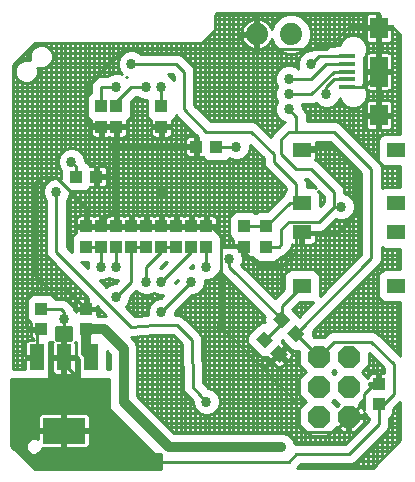
<source format=gbl>
G75*
%MOIN*%
%OFA0B0*%
%FSLAX25Y25*%
%IPPOS*%
%LPD*%
%AMOC8*
5,1,8,0,0,1.08239X$1,22.5*
%
%ADD10R,0.03937X0.04331*%
%ADD11R,0.04331X0.03937*%
%ADD12R,0.04799X0.08799*%
%ADD13R,0.14173X0.08661*%
%ADD14C,0.07400*%
%ADD15OC8,0.07400*%
%ADD16R,0.05709X0.01575*%
%ADD17R,0.05906X0.07087*%
%ADD18R,0.05906X0.09843*%
%ADD19R,0.06102X0.05118*%
%ADD20C,0.03400*%
%ADD21C,0.01000*%
%ADD22C,0.03200*%
D10*
X0015367Y0076869D03*
X0015367Y0083562D03*
X0030367Y0083562D03*
X0030367Y0076869D03*
X0030367Y0104369D03*
X0035367Y0104369D03*
X0040367Y0104369D03*
X0045367Y0104369D03*
X0050367Y0104369D03*
X0055367Y0104369D03*
X0060367Y0104369D03*
X0065367Y0104369D03*
X0070367Y0104369D03*
X0070367Y0111062D03*
X0065367Y0111062D03*
X0060367Y0111062D03*
X0055367Y0111062D03*
X0050367Y0111062D03*
X0045367Y0111062D03*
X0040367Y0111062D03*
X0035367Y0111062D03*
X0030367Y0111062D03*
X0035367Y0144369D03*
X0040367Y0144369D03*
X0040367Y0151062D03*
X0035367Y0151062D03*
X0055367Y0151062D03*
X0055367Y0144369D03*
X0082867Y0111062D03*
X0082867Y0104369D03*
X0090367Y0104369D03*
X0090367Y0111062D03*
X0127867Y0058562D03*
X0127867Y0051869D03*
D11*
G36*
X0100372Y0072428D02*
X0097311Y0075489D01*
X0100094Y0078272D01*
X0103155Y0075211D01*
X0100372Y0072428D01*
G37*
G36*
X0094362Y0071504D02*
X0097423Y0068443D01*
X0094640Y0065660D01*
X0091579Y0068721D01*
X0094362Y0071504D01*
G37*
G36*
X0089629Y0076236D02*
X0092690Y0073175D01*
X0089907Y0070392D01*
X0086846Y0073453D01*
X0089629Y0076236D01*
G37*
G36*
X0095639Y0077160D02*
X0092578Y0080221D01*
X0095361Y0083004D01*
X0098422Y0079943D01*
X0095639Y0077160D01*
G37*
X0073713Y0137716D03*
X0067020Y0137716D03*
X0033713Y0127716D03*
X0027020Y0127716D03*
D12*
X0022867Y0067417D03*
X0031965Y0067417D03*
X0013768Y0067417D03*
D13*
X0022867Y0043015D03*
D14*
X0087167Y0175216D03*
X0098567Y0175216D03*
D15*
X0107867Y0067716D03*
X0107867Y0057716D03*
X0117867Y0057716D03*
X0117867Y0067716D03*
X0117867Y0047716D03*
X0107867Y0047716D03*
D16*
X0117138Y0157598D03*
X0117138Y0160157D03*
X0117138Y0162716D03*
X0117138Y0165275D03*
X0117138Y0167834D03*
D17*
X0127867Y0177224D03*
X0127867Y0148208D03*
D18*
X0127867Y0162716D03*
D19*
X0133516Y0136574D03*
X0133516Y0118858D03*
X0133516Y0109074D03*
X0133516Y0091358D03*
X0102217Y0091358D03*
X0102217Y0109074D03*
X0102217Y0118858D03*
X0102217Y0136574D03*
D20*
X0097867Y0150216D03*
X0097867Y0155216D03*
X0097867Y0160216D03*
X0105367Y0165216D03*
X0110367Y0155216D03*
X0080367Y0137716D03*
X0060367Y0137716D03*
X0055367Y0122716D03*
X0040367Y0117716D03*
X0040367Y0137716D03*
X0025367Y0132716D03*
X0020367Y0122716D03*
X0035367Y0097716D03*
X0040367Y0097716D03*
X0040367Y0087716D03*
X0050367Y0092716D03*
X0055367Y0092716D03*
X0055367Y0082716D03*
X0065367Y0092716D03*
X0070367Y0097716D03*
X0077867Y0100216D03*
X0075367Y0077716D03*
X0070367Y0052716D03*
X0095367Y0037716D03*
X0115367Y0117716D03*
X0055367Y0157716D03*
X0050367Y0157716D03*
X0045367Y0165216D03*
X0040367Y0157716D03*
X0022867Y0080216D03*
D21*
X0005367Y0037928D02*
X0013079Y0030216D01*
X0055367Y0030216D01*
X0055367Y0035216D01*
X0052867Y0035216D01*
X0037867Y0050216D01*
X0037867Y0060216D01*
X0027867Y0060216D01*
X0027867Y0062312D01*
X0027865Y0062313D01*
X0027865Y0066849D01*
X0027569Y0067146D01*
X0027067Y0068359D01*
X0027067Y0072716D01*
X0026479Y0072716D01*
X0026664Y0072395D01*
X0026766Y0072014D01*
X0026766Y0067917D01*
X0023367Y0067917D01*
X0022367Y0067917D01*
X0022367Y0073316D01*
X0020367Y0073316D01*
X0020367Y0077716D01*
X0025367Y0077716D01*
X0025367Y0073316D01*
X0023367Y0073316D01*
X0023367Y0067917D01*
X0023367Y0066917D01*
X0026766Y0066917D01*
X0026766Y0062820D01*
X0026664Y0062438D01*
X0026467Y0062096D01*
X0026187Y0061817D01*
X0025845Y0061619D01*
X0025464Y0061517D01*
X0023367Y0061517D01*
X0023367Y0066917D01*
X0022367Y0066917D01*
X0018967Y0066917D01*
X0018967Y0062820D01*
X0019069Y0062438D01*
X0019267Y0062096D01*
X0019546Y0061817D01*
X0019888Y0061619D01*
X0020270Y0061517D01*
X0022367Y0061517D01*
X0022367Y0066917D01*
X0022367Y0067917D01*
X0018967Y0067917D01*
X0018967Y0072014D01*
X0019069Y0072395D01*
X0019254Y0072716D01*
X0017867Y0072716D01*
X0017867Y0072522D01*
X0017868Y0072520D01*
X0017868Y0062313D01*
X0017867Y0062312D01*
X0017867Y0060216D01*
X0005367Y0060216D01*
X0005367Y0037928D01*
X0005579Y0037716D02*
X0010167Y0037716D01*
X0010167Y0038253D02*
X0010167Y0037179D01*
X0010578Y0036186D01*
X0011337Y0035427D01*
X0012330Y0035016D01*
X0013404Y0035016D01*
X0014396Y0035427D01*
X0015156Y0036186D01*
X0015567Y0037179D01*
X0015567Y0037189D01*
X0015583Y0037184D01*
X0022367Y0037184D01*
X0022367Y0042515D01*
X0023367Y0042515D01*
X0023367Y0043515D01*
X0031453Y0043515D01*
X0031453Y0047543D01*
X0031351Y0047925D01*
X0031154Y0048267D01*
X0030874Y0048546D01*
X0030532Y0048744D01*
X0030151Y0048846D01*
X0023367Y0048846D01*
X0023367Y0043515D01*
X0022367Y0043515D01*
X0022367Y0048846D01*
X0015583Y0048846D01*
X0015201Y0048744D01*
X0014859Y0048546D01*
X0014580Y0048267D01*
X0014382Y0047925D01*
X0014280Y0047543D01*
X0014280Y0043515D01*
X0022367Y0043515D01*
X0022367Y0042515D01*
X0014280Y0042515D01*
X0014280Y0040053D01*
X0013404Y0040416D01*
X0012330Y0040416D01*
X0011337Y0040005D01*
X0010578Y0039245D01*
X0010167Y0038253D01*
X0010358Y0038714D02*
X0005367Y0038714D01*
X0005367Y0039713D02*
X0011045Y0039713D01*
X0010358Y0036717D02*
X0006577Y0036717D01*
X0007576Y0035719D02*
X0011045Y0035719D01*
X0009573Y0033722D02*
X0055367Y0033722D01*
X0055367Y0034720D02*
X0008574Y0034720D01*
X0010571Y0032723D02*
X0055367Y0032723D01*
X0055367Y0032716D02*
X0022867Y0065216D01*
X0022867Y0067417D01*
X0022867Y0080216D01*
X0022867Y0082716D01*
X0022020Y0083562D01*
X0015367Y0083562D01*
X0010498Y0080820D02*
X0010940Y0079754D01*
X0011755Y0078938D01*
X0011898Y0078879D01*
X0011898Y0077354D01*
X0014882Y0077354D01*
X0014882Y0076385D01*
X0011898Y0076385D01*
X0011898Y0074507D01*
X0012000Y0074125D01*
X0012198Y0073783D01*
X0012477Y0073504D01*
X0012802Y0073316D01*
X0011171Y0073316D01*
X0010790Y0073214D01*
X0010448Y0073017D01*
X0010168Y0072737D01*
X0009971Y0072395D01*
X0009869Y0072014D01*
X0009869Y0067917D01*
X0013268Y0067917D01*
X0013268Y0066917D01*
X0009869Y0066917D01*
X0009869Y0063616D01*
X0005767Y0063616D01*
X0005767Y0165001D01*
X0005767Y0063616D01*
X0005767Y0064916D02*
X0009869Y0064916D01*
X0008967Y0063616D02*
X0008967Y0159074D01*
X0008384Y0159316D02*
X0005767Y0159316D01*
X0005767Y0160916D02*
X0006891Y0160916D01*
X0007060Y0160507D02*
X0006467Y0161940D01*
X0006467Y0163492D01*
X0007060Y0164925D01*
X0008157Y0166022D01*
X0009591Y0166616D01*
X0011142Y0166616D01*
X0011696Y0166387D01*
X0011467Y0166940D01*
X0011467Y0168492D01*
X0012060Y0169925D01*
X0013157Y0171022D01*
X0014591Y0171616D01*
X0016142Y0171616D01*
X0017576Y0171022D01*
X0018673Y0169925D01*
X0019267Y0168492D01*
X0019267Y0166940D01*
X0018673Y0165507D01*
X0017576Y0164410D01*
X0016142Y0163816D01*
X0014591Y0163816D01*
X0014037Y0164045D01*
X0014267Y0163492D01*
X0014267Y0161940D01*
X0013673Y0160507D01*
X0012576Y0159410D01*
X0011142Y0158816D01*
X0009591Y0158816D01*
X0008157Y0159410D01*
X0007060Y0160507D01*
X0007367Y0160200D02*
X0007367Y0063616D01*
X0005767Y0066516D02*
X0009869Y0066516D01*
X0010567Y0066917D02*
X0010567Y0067917D01*
X0009869Y0068116D02*
X0005767Y0068116D01*
X0005767Y0069716D02*
X0009869Y0069716D01*
X0009869Y0071316D02*
X0005767Y0071316D01*
X0005767Y0072916D02*
X0010347Y0072916D01*
X0010567Y0073085D02*
X0010567Y0080655D01*
X0010498Y0080820D02*
X0010498Y0086304D01*
X0010940Y0087370D01*
X0011755Y0088186D01*
X0012821Y0088628D01*
X0017912Y0088628D01*
X0018978Y0088186D01*
X0019794Y0087370D01*
X0019963Y0086962D01*
X0022697Y0086962D01*
X0023946Y0086445D01*
X0024793Y0085598D01*
X0025749Y0084642D01*
X0026267Y0083392D01*
X0026267Y0083321D01*
X0026766Y0082822D01*
X0026898Y0082503D01*
X0026898Y0083078D01*
X0029882Y0083078D01*
X0029882Y0084047D01*
X0029882Y0087228D01*
X0028201Y0087228D01*
X0027819Y0087125D01*
X0027477Y0086928D01*
X0027198Y0086649D01*
X0027000Y0086307D01*
X0026898Y0085925D01*
X0026898Y0084047D01*
X0029882Y0084047D01*
X0030851Y0084047D01*
X0030851Y0087228D01*
X0031047Y0087228D01*
X0018441Y0099833D01*
X0017484Y0100790D01*
X0016967Y0102040D01*
X0016967Y0088628D01*
X0018567Y0088356D02*
X0018567Y0099708D01*
X0018158Y0100116D02*
X0005767Y0100116D01*
X0005767Y0101716D02*
X0017101Y0101716D01*
X0016967Y0102040D02*
X0016967Y0119610D01*
X0016467Y0120110D01*
X0015767Y0121801D01*
X0015767Y0123631D01*
X0016467Y0125322D01*
X0017761Y0126616D01*
X0019452Y0127316D01*
X0021282Y0127316D01*
X0021955Y0127037D01*
X0021955Y0129622D01*
X0021467Y0130110D01*
X0020767Y0131801D01*
X0020767Y0133631D01*
X0021467Y0135322D01*
X0022761Y0136616D01*
X0024452Y0137316D01*
X0026282Y0137316D01*
X0027972Y0136616D01*
X0029266Y0135322D01*
X0029967Y0133631D01*
X0029967Y0132834D01*
X0030134Y0132431D01*
X0030828Y0132143D01*
X0031644Y0131327D01*
X0031703Y0131184D01*
X0033229Y0131184D01*
X0033229Y0128200D01*
X0034197Y0128200D01*
X0034197Y0131184D01*
X0036076Y0131184D01*
X0036457Y0131082D01*
X0036799Y0130885D01*
X0037079Y0130605D01*
X0037276Y0130263D01*
X0037378Y0129882D01*
X0037378Y0128200D01*
X0034197Y0128200D01*
X0034197Y0127232D01*
X0037378Y0127232D01*
X0037378Y0125550D01*
X0037276Y0125168D01*
X0037079Y0124826D01*
X0036799Y0124547D01*
X0036457Y0124350D01*
X0036076Y0124247D01*
X0034197Y0124247D01*
X0034197Y0127231D01*
X0033229Y0127231D01*
X0033229Y0124247D01*
X0031703Y0124247D01*
X0031644Y0124105D01*
X0030828Y0123289D01*
X0029762Y0122847D01*
X0024967Y0122847D01*
X0024967Y0102924D01*
X0024575Y0103316D02*
X0025498Y0103316D01*
X0025498Y0102393D02*
X0023767Y0104124D01*
X0023767Y0119610D01*
X0024266Y0120110D01*
X0024967Y0121801D01*
X0024967Y0122847D01*
X0024967Y0122516D02*
X0096482Y0122516D01*
X0096266Y0121993D02*
X0096707Y0123059D01*
X0096967Y0123319D01*
X0096967Y0123808D01*
X0089984Y0130790D01*
X0089467Y0132040D01*
X0089467Y0133808D01*
X0084967Y0138308D01*
X0084967Y0136801D01*
X0084266Y0135110D01*
X0082972Y0133816D01*
X0081282Y0133116D01*
X0079452Y0133116D01*
X0077964Y0133732D01*
X0077521Y0133289D01*
X0076455Y0132847D01*
X0070971Y0132847D01*
X0069905Y0133289D01*
X0069089Y0134105D01*
X0069030Y0134247D01*
X0067504Y0134247D01*
X0067504Y0137231D01*
X0066536Y0137231D01*
X0066536Y0134247D01*
X0064657Y0134247D01*
X0064276Y0134350D01*
X0063934Y0134547D01*
X0063655Y0134826D01*
X0063457Y0135168D01*
X0063355Y0135550D01*
X0063355Y0137232D01*
X0066536Y0137232D01*
X0066536Y0138200D01*
X0063355Y0138200D01*
X0063355Y0139882D01*
X0063457Y0140263D01*
X0063655Y0140605D01*
X0063934Y0140885D01*
X0064276Y0141082D01*
X0064657Y0141184D01*
X0066536Y0141184D01*
X0066536Y0138200D01*
X0067504Y0138200D01*
X0067504Y0140770D01*
X0067484Y0140790D01*
X0067484Y0140790D01*
X0060941Y0147333D01*
X0060941Y0147333D01*
X0060153Y0148121D01*
X0059794Y0147254D01*
X0058978Y0146438D01*
X0058835Y0146379D01*
X0058835Y0144854D01*
X0055851Y0144854D01*
X0055851Y0143885D01*
X0055851Y0140704D01*
X0057533Y0140704D01*
X0057914Y0140806D01*
X0058256Y0141004D01*
X0058535Y0141283D01*
X0058733Y0141625D01*
X0058835Y0142007D01*
X0058835Y0143885D01*
X0055851Y0143885D01*
X0054882Y0143885D01*
X0051898Y0143885D01*
X0051898Y0142007D01*
X0052000Y0141625D01*
X0052198Y0141283D01*
X0052477Y0141004D01*
X0052819Y0140806D01*
X0053201Y0140704D01*
X0054882Y0140704D01*
X0054882Y0143885D01*
X0054882Y0144854D01*
X0051898Y0144854D01*
X0051898Y0146379D01*
X0051755Y0146438D01*
X0050940Y0147254D01*
X0050498Y0148320D01*
X0050498Y0153116D01*
X0049452Y0153116D01*
X0047761Y0153816D01*
X0047261Y0154316D01*
X0046775Y0154316D01*
X0045235Y0152776D01*
X0045235Y0148320D01*
X0044794Y0147254D01*
X0043978Y0146438D01*
X0043835Y0146379D01*
X0043835Y0144854D01*
X0040851Y0144854D01*
X0040851Y0143885D01*
X0040851Y0140704D01*
X0042533Y0140704D01*
X0042914Y0140806D01*
X0043256Y0141004D01*
X0043535Y0141283D01*
X0043733Y0141625D01*
X0043835Y0142007D01*
X0043835Y0143885D01*
X0040851Y0143885D01*
X0039882Y0143885D01*
X0035851Y0143885D01*
X0035851Y0140704D01*
X0037533Y0140704D01*
X0037867Y0140794D01*
X0038201Y0140704D01*
X0039882Y0140704D01*
X0039882Y0143885D01*
X0039882Y0144854D01*
X0038835Y0144854D01*
X0035851Y0144854D01*
X0035851Y0143885D01*
X0034882Y0143885D01*
X0031898Y0143885D01*
X0031898Y0142007D01*
X0032000Y0141625D01*
X0032198Y0141283D01*
X0032477Y0141004D01*
X0032819Y0140806D01*
X0033201Y0140704D01*
X0034882Y0140704D01*
X0034882Y0143885D01*
X0034882Y0144854D01*
X0031898Y0144854D01*
X0031898Y0146379D01*
X0031755Y0146438D01*
X0030940Y0147254D01*
X0030498Y0148320D01*
X0030498Y0153804D01*
X0030940Y0154870D01*
X0031755Y0155686D01*
X0031967Y0155774D01*
X0031967Y0158392D01*
X0032484Y0159642D01*
X0033441Y0160598D01*
X0034690Y0161116D01*
X0037261Y0161116D01*
X0037761Y0161616D01*
X0039452Y0162316D01*
X0041282Y0162316D01*
X0042100Y0161977D01*
X0041467Y0162610D01*
X0040767Y0164301D01*
X0040767Y0166131D01*
X0041467Y0167822D01*
X0042761Y0169116D01*
X0044452Y0169816D01*
X0046282Y0169816D01*
X0047972Y0169116D01*
X0048472Y0168616D01*
X0061043Y0168616D01*
X0062293Y0168098D01*
X0064793Y0165598D01*
X0065749Y0164642D01*
X0066267Y0163392D01*
X0066267Y0151624D01*
X0071775Y0146116D01*
X0086043Y0146116D01*
X0087293Y0145598D01*
X0091976Y0140915D01*
X0092484Y0142142D01*
X0094984Y0144642D01*
X0095941Y0145598D01*
X0096467Y0145816D01*
X0095261Y0146316D01*
X0093967Y0147610D01*
X0093267Y0149301D01*
X0093267Y0151131D01*
X0093923Y0152716D01*
X0093267Y0154301D01*
X0093267Y0156131D01*
X0093923Y0157716D01*
X0066267Y0157716D01*
X0066267Y0159316D02*
X0093267Y0159316D01*
X0093267Y0159301D02*
X0093923Y0157716D01*
X0093767Y0157338D02*
X0093767Y0158094D01*
X0093267Y0159301D02*
X0093267Y0161131D01*
X0093967Y0162822D01*
X0095261Y0164116D01*
X0096952Y0164816D01*
X0098782Y0164816D01*
X0100472Y0164116D01*
X0100843Y0164116D01*
X0100767Y0164301D02*
X0101050Y0163616D01*
X0100972Y0163616D01*
X0100472Y0164116D01*
X0100167Y0164242D02*
X0100167Y0168735D01*
X0099879Y0168616D02*
X0102305Y0169621D01*
X0104162Y0171477D01*
X0105167Y0173903D01*
X0105167Y0176529D01*
X0104162Y0178954D01*
X0102305Y0180811D01*
X0099879Y0181816D01*
X0097254Y0181816D01*
X0094828Y0180811D01*
X0092971Y0178954D01*
X0092102Y0176855D01*
X0091986Y0177212D01*
X0091614Y0177941D01*
X0091133Y0178603D01*
X0090554Y0179182D01*
X0089892Y0179663D01*
X0089163Y0180035D01*
X0088384Y0180288D01*
X0087667Y0180401D01*
X0087667Y0175716D01*
X0086667Y0175716D01*
X0086667Y0180401D01*
X0085949Y0180288D01*
X0085171Y0180035D01*
X0084441Y0179663D01*
X0083779Y0179182D01*
X0083200Y0178603D01*
X0082719Y0177941D01*
X0082348Y0177212D01*
X0082095Y0176434D01*
X0081981Y0175716D01*
X0086667Y0175716D01*
X0086667Y0174716D01*
X0087667Y0174716D01*
X0087667Y0170030D01*
X0088384Y0170144D01*
X0089163Y0170397D01*
X0089892Y0170768D01*
X0090554Y0171249D01*
X0091133Y0171828D01*
X0091614Y0172490D01*
X0091986Y0173220D01*
X0092102Y0173577D01*
X0092971Y0171477D01*
X0094828Y0169621D01*
X0097254Y0168616D01*
X0099879Y0168616D01*
X0100604Y0168916D02*
X0102561Y0168916D01*
X0102761Y0169116D02*
X0101467Y0167822D01*
X0100767Y0166131D01*
X0100767Y0164301D01*
X0100767Y0165716D02*
X0064675Y0165716D01*
X0064967Y0165424D02*
X0064967Y0172316D01*
X0066567Y0172316D02*
X0066567Y0151324D01*
X0066575Y0151316D02*
X0093343Y0151316D01*
X0093767Y0152338D02*
X0093767Y0153094D01*
X0093840Y0152916D02*
X0066267Y0152916D01*
X0066267Y0154516D02*
X0093267Y0154516D01*
X0093267Y0156116D02*
X0066267Y0156116D01*
X0066267Y0160916D02*
X0093267Y0160916D01*
X0093767Y0162338D02*
X0093767Y0170682D01*
X0093933Y0170516D02*
X0089396Y0170516D01*
X0088967Y0170333D02*
X0088967Y0143924D01*
X0089575Y0143316D02*
X0093658Y0143316D01*
X0093767Y0143424D02*
X0093767Y0148094D01*
X0093757Y0148116D02*
X0069775Y0148116D01*
X0069767Y0148124D02*
X0069767Y0173015D01*
X0069509Y0172757D02*
X0070325Y0173573D01*
X0072825Y0176073D01*
X0073267Y0177139D01*
X0073267Y0181515D01*
X0074068Y0182316D01*
X0127652Y0182316D01*
X0128367Y0181601D01*
X0128367Y0177724D01*
X0132244Y0177724D01*
X0134967Y0175001D01*
X0134967Y0142033D01*
X0129888Y0142033D01*
X0128822Y0141592D01*
X0128007Y0140776D01*
X0127565Y0139710D01*
X0127565Y0133438D01*
X0127998Y0132393D01*
X0127293Y0133098D01*
X0114793Y0145598D01*
X0113543Y0146116D01*
X0103767Y0146116D01*
X0103767Y0148392D01*
X0103249Y0149642D01*
X0102467Y0150424D01*
X0102467Y0151131D01*
X0102183Y0151816D01*
X0106043Y0151816D01*
X0106904Y0152173D01*
X0107761Y0151316D01*
X0109452Y0150616D01*
X0111282Y0150616D01*
X0112972Y0151316D01*
X0114266Y0152610D01*
X0114805Y0153909D01*
X0115328Y0152645D01*
X0116615Y0151359D01*
X0118296Y0150662D01*
X0120115Y0150662D01*
X0121796Y0151359D01*
X0123082Y0152645D01*
X0123778Y0154326D01*
X0123778Y0156145D01*
X0123082Y0157826D01*
X0122665Y0158243D01*
X0122893Y0158793D01*
X0122893Y0167416D01*
X0123082Y0167606D01*
X0123778Y0169286D01*
X0123778Y0171106D01*
X0123082Y0172787D01*
X0121796Y0174073D01*
X0120115Y0174769D01*
X0118296Y0174769D01*
X0116615Y0174073D01*
X0115328Y0172787D01*
X0114804Y0171521D01*
X0113707Y0171521D01*
X0113013Y0171234D01*
X0107308Y0171234D01*
X0106059Y0170716D01*
X0105158Y0169816D01*
X0104452Y0169816D01*
X0102761Y0169116D01*
X0103367Y0169366D02*
X0103367Y0170682D01*
X0103200Y0170516D02*
X0105858Y0170516D01*
X0106567Y0170927D02*
X0106567Y0182316D01*
X0108167Y0182316D02*
X0108167Y0171234D01*
X0109767Y0171234D02*
X0109767Y0182316D01*
X0111367Y0182316D02*
X0111367Y0171234D01*
X0110367Y0170216D02*
X0087867Y0170216D01*
X0087167Y0170916D01*
X0087167Y0175216D01*
X0086667Y0175316D02*
X0072068Y0175316D01*
X0071367Y0174615D02*
X0071367Y0146524D01*
X0071375Y0146516D02*
X0095061Y0146516D01*
X0095367Y0146272D02*
X0095367Y0145024D01*
X0095258Y0144916D02*
X0087975Y0144916D01*
X0087367Y0145524D02*
X0087367Y0174716D01*
X0086667Y0174716D02*
X0086667Y0170030D01*
X0085949Y0170144D01*
X0085171Y0170397D01*
X0084441Y0170768D01*
X0083779Y0171249D01*
X0083200Y0171828D01*
X0082719Y0172490D01*
X0082348Y0173220D01*
X0082095Y0173998D01*
X0081981Y0174716D01*
X0086667Y0174716D01*
X0085767Y0174716D02*
X0085767Y0175716D01*
X0086667Y0176916D02*
X0087667Y0176916D01*
X0087367Y0175716D02*
X0087367Y0182316D01*
X0088967Y0182316D02*
X0088967Y0180099D01*
X0088914Y0180116D02*
X0094133Y0180116D01*
X0093767Y0179750D02*
X0093767Y0182316D01*
X0092167Y0182316D02*
X0092167Y0177011D01*
X0092127Y0176916D02*
X0092082Y0176916D01*
X0092790Y0178516D02*
X0091197Y0178516D01*
X0090567Y0179170D02*
X0090567Y0182316D01*
X0087667Y0180116D02*
X0086667Y0180116D01*
X0085767Y0180229D02*
X0085767Y0182316D01*
X0084167Y0182316D02*
X0084167Y0179464D01*
X0083137Y0178516D02*
X0073267Y0178516D01*
X0073267Y0180116D02*
X0085420Y0180116D01*
X0086667Y0178516D02*
X0087667Y0178516D01*
X0084167Y0175716D02*
X0084167Y0174716D01*
X0082567Y0174716D02*
X0082567Y0175716D01*
X0082251Y0176916D02*
X0073174Y0176916D01*
X0072967Y0176415D02*
X0072967Y0146116D01*
X0074567Y0146116D02*
X0074567Y0182316D01*
X0073468Y0181716D02*
X0097012Y0181716D01*
X0096967Y0181697D02*
X0096967Y0182316D01*
X0098567Y0182316D02*
X0098567Y0181816D01*
X0100121Y0181716D02*
X0123741Y0181716D01*
X0123714Y0181688D02*
X0123993Y0181967D01*
X0124335Y0182165D01*
X0124716Y0182267D01*
X0127367Y0182267D01*
X0127367Y0177724D01*
X0128367Y0177724D01*
X0128367Y0176724D01*
X0132319Y0176724D01*
X0132319Y0173483D01*
X0132217Y0173101D01*
X0132020Y0172759D01*
X0131740Y0172480D01*
X0131398Y0172283D01*
X0131017Y0172180D01*
X0128367Y0172180D01*
X0128367Y0176724D01*
X0127367Y0176724D01*
X0127367Y0172180D01*
X0124716Y0172180D01*
X0124335Y0172283D01*
X0123993Y0172480D01*
X0123714Y0172759D01*
X0123516Y0173101D01*
X0123414Y0173483D01*
X0123414Y0176724D01*
X0127367Y0176724D01*
X0127367Y0177724D01*
X0123414Y0177724D01*
X0123414Y0180964D01*
X0123516Y0181346D01*
X0123714Y0181688D01*
X0124167Y0182068D02*
X0124167Y0182316D01*
X0125767Y0182267D02*
X0125767Y0182316D01*
X0127367Y0182267D02*
X0127367Y0182316D01*
X0127367Y0181716D02*
X0128252Y0181716D01*
X0128367Y0180116D02*
X0127367Y0180116D01*
X0127367Y0178516D02*
X0128367Y0178516D01*
X0127867Y0177716D02*
X0117867Y0177716D01*
X0110367Y0170216D01*
X0107985Y0167834D02*
X0105367Y0165216D01*
X0107985Y0167834D02*
X0117138Y0167834D01*
X0117138Y0165275D02*
X0117079Y0165216D01*
X0110367Y0165216D01*
X0105367Y0160216D01*
X0097867Y0160216D01*
X0093840Y0162516D02*
X0066267Y0162516D01*
X0065967Y0164116D02*
X0095262Y0164116D01*
X0095367Y0164159D02*
X0095367Y0169398D01*
X0096530Y0168916D02*
X0048172Y0168916D01*
X0048967Y0168616D02*
X0048967Y0172316D01*
X0050567Y0172316D02*
X0050567Y0168616D01*
X0052167Y0168616D02*
X0052167Y0172316D01*
X0053767Y0172316D02*
X0053767Y0168616D01*
X0055367Y0168616D02*
X0055367Y0172316D01*
X0056967Y0172316D02*
X0056967Y0168616D01*
X0058567Y0168616D02*
X0058567Y0172316D01*
X0060167Y0172316D02*
X0060167Y0168616D01*
X0061767Y0168316D02*
X0061767Y0172316D01*
X0063367Y0172316D02*
X0063367Y0167024D01*
X0063075Y0167316D02*
X0101258Y0167316D01*
X0101767Y0168121D02*
X0101767Y0169398D01*
X0104426Y0172116D02*
X0115050Y0172116D01*
X0114567Y0171521D02*
X0114567Y0182316D01*
X0116167Y0182316D02*
X0116167Y0173625D01*
X0116257Y0173716D02*
X0105089Y0173716D01*
X0104967Y0173420D02*
X0104967Y0169816D01*
X0105167Y0175316D02*
X0123414Y0175316D01*
X0124167Y0176724D02*
X0124167Y0177724D01*
X0123414Y0178516D02*
X0104344Y0178516D01*
X0103367Y0179750D02*
X0103367Y0182316D01*
X0104967Y0182316D02*
X0104967Y0177011D01*
X0105006Y0176916D02*
X0127367Y0176916D01*
X0127867Y0177224D02*
X0127867Y0162716D01*
X0127867Y0148208D01*
X0127867Y0177716D01*
X0128367Y0176916D02*
X0133052Y0176916D01*
X0132167Y0176724D02*
X0132167Y0177724D01*
X0130567Y0177724D02*
X0130567Y0176724D01*
X0128967Y0176724D02*
X0128967Y0177724D01*
X0128367Y0175316D02*
X0127367Y0175316D01*
X0127367Y0173716D02*
X0128367Y0173716D01*
X0128967Y0172180D02*
X0128967Y0169137D01*
X0128367Y0169137D02*
X0128367Y0163216D01*
X0132319Y0163216D01*
X0132319Y0167835D01*
X0132217Y0168216D01*
X0132020Y0168558D01*
X0131740Y0168837D01*
X0131398Y0169035D01*
X0131017Y0169137D01*
X0128367Y0169137D01*
X0128367Y0168916D02*
X0127367Y0168916D01*
X0127367Y0169137D02*
X0127367Y0172180D01*
X0125767Y0172180D02*
X0125767Y0169137D01*
X0124716Y0169137D02*
X0124335Y0169035D01*
X0123993Y0168837D01*
X0123714Y0168558D01*
X0123516Y0168216D01*
X0123414Y0167835D01*
X0123414Y0163216D01*
X0127367Y0163216D01*
X0127367Y0169137D01*
X0124716Y0169137D01*
X0124167Y0168938D02*
X0124167Y0172380D01*
X0123360Y0172116D02*
X0134967Y0172116D01*
X0134967Y0173716D02*
X0132319Y0173716D01*
X0132167Y0173014D02*
X0132167Y0168304D01*
X0131605Y0168916D02*
X0134967Y0168916D01*
X0134967Y0170516D02*
X0123778Y0170516D01*
X0123625Y0168916D02*
X0124129Y0168916D01*
X0123414Y0167316D02*
X0122893Y0167316D01*
X0122893Y0165716D02*
X0123414Y0165716D01*
X0123414Y0164116D02*
X0122893Y0164116D01*
X0124167Y0163216D02*
X0124167Y0162216D01*
X0123414Y0162216D02*
X0123414Y0157597D01*
X0123516Y0157216D01*
X0123714Y0156874D01*
X0123993Y0156594D01*
X0124335Y0156397D01*
X0124716Y0156295D01*
X0127367Y0156295D01*
X0127367Y0153251D01*
X0124716Y0153251D01*
X0124335Y0153149D01*
X0123993Y0152952D01*
X0123714Y0152672D01*
X0123516Y0152330D01*
X0123414Y0151949D01*
X0123414Y0148708D01*
X0127367Y0148708D01*
X0127367Y0153251D01*
X0127367Y0152916D02*
X0128367Y0152916D01*
X0128367Y0153251D02*
X0128367Y0148708D01*
X0132319Y0148708D01*
X0132319Y0151949D01*
X0132217Y0152330D01*
X0132020Y0152672D01*
X0131740Y0152952D01*
X0131398Y0153149D01*
X0131017Y0153251D01*
X0128367Y0153251D01*
X0128967Y0153251D02*
X0128967Y0156295D01*
X0128367Y0156295D02*
X0131017Y0156295D01*
X0131398Y0156397D01*
X0131740Y0156594D01*
X0132020Y0156874D01*
X0132217Y0157216D01*
X0132319Y0157597D01*
X0132319Y0162216D01*
X0128367Y0162216D01*
X0128367Y0163216D01*
X0127367Y0163216D01*
X0127367Y0162216D01*
X0128367Y0162216D01*
X0128367Y0156295D01*
X0127367Y0156295D02*
X0127367Y0162216D01*
X0123414Y0162216D01*
X0122893Y0162516D02*
X0127367Y0162516D01*
X0127867Y0162716D02*
X0122749Y0157598D01*
X0117138Y0157598D01*
X0117138Y0160157D02*
X0117079Y0160216D01*
X0112867Y0160216D01*
X0110367Y0157716D01*
X0110367Y0155216D01*
X0108167Y0151148D02*
X0108167Y0146116D01*
X0109767Y0146116D02*
X0109767Y0150616D01*
X0111367Y0150651D02*
X0111367Y0146116D01*
X0112967Y0146116D02*
X0112967Y0151314D01*
X0112972Y0151316D02*
X0116718Y0151316D01*
X0116167Y0151807D02*
X0116167Y0144224D01*
X0115475Y0144916D02*
X0123414Y0144916D01*
X0123414Y0144467D02*
X0123516Y0144086D01*
X0123714Y0143744D01*
X0123993Y0143464D01*
X0124335Y0143267D01*
X0124716Y0143165D01*
X0127367Y0143165D01*
X0127367Y0147708D01*
X0128367Y0147708D01*
X0128367Y0148708D01*
X0127367Y0148708D01*
X0127367Y0147708D01*
X0123414Y0147708D01*
X0123414Y0144467D01*
X0124167Y0143364D02*
X0124167Y0136224D01*
X0123475Y0136916D02*
X0127565Y0136916D01*
X0127565Y0138516D02*
X0121875Y0138516D01*
X0122567Y0137824D02*
X0122567Y0152129D01*
X0123194Y0152916D02*
X0123957Y0152916D01*
X0124167Y0153052D02*
X0124167Y0156494D01*
X0123778Y0156116D02*
X0134967Y0156116D01*
X0134967Y0157716D02*
X0132319Y0157716D01*
X0132167Y0157128D02*
X0132167Y0152418D01*
X0131776Y0152916D02*
X0134967Y0152916D01*
X0134967Y0154516D02*
X0123778Y0154516D01*
X0125767Y0153251D02*
X0125767Y0156295D01*
X0127367Y0157716D02*
X0128367Y0157716D01*
X0128367Y0159316D02*
X0127367Y0159316D01*
X0127367Y0160916D02*
X0128367Y0160916D01*
X0128967Y0162216D02*
X0128967Y0163216D01*
X0128367Y0162516D02*
X0134967Y0162516D01*
X0134967Y0164116D02*
X0132319Y0164116D01*
X0132167Y0163216D02*
X0132167Y0162216D01*
X0132319Y0160916D02*
X0134967Y0160916D01*
X0134967Y0159316D02*
X0132319Y0159316D01*
X0130567Y0162216D02*
X0130567Y0163216D01*
X0128367Y0164116D02*
X0127367Y0164116D01*
X0127367Y0165716D02*
X0128367Y0165716D01*
X0128367Y0167316D02*
X0127367Y0167316D01*
X0130567Y0169137D02*
X0130567Y0172180D01*
X0132319Y0175316D02*
X0134652Y0175316D01*
X0133767Y0176201D02*
X0133767Y0142033D01*
X0132167Y0142033D02*
X0132167Y0143998D01*
X0132217Y0144086D02*
X0132319Y0144467D01*
X0132319Y0147708D01*
X0128367Y0147708D01*
X0128367Y0143165D01*
X0131017Y0143165D01*
X0131398Y0143267D01*
X0131740Y0143464D01*
X0132020Y0143744D01*
X0132217Y0144086D01*
X0132319Y0144916D02*
X0134967Y0144916D01*
X0134967Y0146516D02*
X0132319Y0146516D01*
X0132167Y0147708D02*
X0132167Y0148708D01*
X0132319Y0149716D02*
X0134967Y0149716D01*
X0134967Y0151316D02*
X0132319Y0151316D01*
X0130567Y0153251D02*
X0130567Y0156295D01*
X0128367Y0151316D02*
X0127367Y0151316D01*
X0127367Y0149716D02*
X0128367Y0149716D01*
X0128967Y0148708D02*
X0128967Y0147708D01*
X0128367Y0148116D02*
X0134967Y0148116D01*
X0130567Y0147708D02*
X0130567Y0148708D01*
X0128367Y0146516D02*
X0127367Y0146516D01*
X0127367Y0148116D02*
X0103767Y0148116D01*
X0103367Y0149358D02*
X0103367Y0151816D01*
X0102390Y0151316D02*
X0107762Y0151316D01*
X0106567Y0152033D02*
X0106567Y0146116D01*
X0104967Y0146116D02*
X0104967Y0151816D01*
X0103175Y0149716D02*
X0123414Y0149716D01*
X0124167Y0148708D02*
X0124167Y0147708D01*
X0123414Y0146516D02*
X0103767Y0146516D01*
X0100367Y0147716D02*
X0100367Y0142716D01*
X0112867Y0142716D01*
X0125367Y0130216D01*
X0125367Y0100483D01*
X0100233Y0075350D01*
X0107867Y0067716D01*
X0112867Y0072716D01*
X0125367Y0072716D01*
X0132867Y0065216D01*
X0132867Y0055216D01*
X0129520Y0051869D01*
X0127867Y0051869D01*
X0127867Y0045216D01*
X0117867Y0035216D01*
X0100367Y0035216D01*
X0097867Y0032716D01*
X0055367Y0032716D01*
X0055367Y0031725D02*
X0011570Y0031725D01*
X0012568Y0030726D02*
X0055367Y0030726D01*
X0052364Y0035719D02*
X0014688Y0035719D01*
X0015376Y0036717D02*
X0051365Y0036717D01*
X0050367Y0037716D02*
X0031106Y0037716D01*
X0031154Y0037763D02*
X0031351Y0038105D01*
X0031453Y0038487D01*
X0031453Y0042515D01*
X0023367Y0042515D01*
X0023367Y0037184D01*
X0030151Y0037184D01*
X0030532Y0037287D01*
X0030874Y0037484D01*
X0031154Y0037763D01*
X0031453Y0038714D02*
X0049368Y0038714D01*
X0048370Y0039713D02*
X0031453Y0039713D01*
X0031453Y0040711D02*
X0047371Y0040711D01*
X0046373Y0041710D02*
X0031453Y0041710D01*
X0031453Y0043707D02*
X0044376Y0043707D01*
X0045374Y0042708D02*
X0023367Y0042708D01*
X0022867Y0043015D02*
X0022867Y0065216D01*
X0022367Y0065674D02*
X0023367Y0065674D01*
X0023367Y0064676D02*
X0022367Y0064676D01*
X0022367Y0063677D02*
X0023367Y0063677D01*
X0023367Y0062679D02*
X0022367Y0062679D01*
X0022367Y0061680D02*
X0023367Y0061680D01*
X0025951Y0061680D02*
X0027867Y0061680D01*
X0027867Y0060682D02*
X0017867Y0060682D01*
X0017867Y0061680D02*
X0019783Y0061680D01*
X0019005Y0062679D02*
X0017868Y0062679D01*
X0017868Y0063677D02*
X0018967Y0063677D01*
X0018967Y0064676D02*
X0017868Y0064676D01*
X0017868Y0065674D02*
X0018967Y0065674D01*
X0018967Y0066673D02*
X0017868Y0066673D01*
X0017868Y0067671D02*
X0022367Y0067671D01*
X0022367Y0066673D02*
X0023367Y0066673D01*
X0023367Y0067671D02*
X0027351Y0067671D01*
X0027067Y0068670D02*
X0026766Y0068670D01*
X0026766Y0069668D02*
X0027067Y0069668D01*
X0027067Y0070667D02*
X0026766Y0070667D01*
X0026766Y0071665D02*
X0027067Y0071665D01*
X0027067Y0072664D02*
X0026509Y0072664D01*
X0025367Y0073662D02*
X0020367Y0073662D01*
X0020367Y0074661D02*
X0025367Y0074661D01*
X0025367Y0075659D02*
X0020367Y0075659D01*
X0020367Y0076658D02*
X0025367Y0076658D01*
X0025367Y0077656D02*
X0020367Y0077656D01*
X0019224Y0072664D02*
X0017867Y0072664D01*
X0017868Y0071665D02*
X0018967Y0071665D01*
X0018967Y0070667D02*
X0017868Y0070667D01*
X0017868Y0069668D02*
X0018967Y0069668D01*
X0018967Y0068670D02*
X0017868Y0068670D01*
X0013768Y0067417D02*
X0013768Y0075271D01*
X0015367Y0076869D01*
X0011213Y0076869D01*
X0010367Y0077716D01*
X0010367Y0087716D01*
X0012867Y0090216D01*
X0017867Y0090216D01*
X0012867Y0095216D01*
X0012867Y0125216D01*
X0015367Y0127716D01*
X0020367Y0127716D01*
X0030367Y0117716D01*
X0030367Y0111062D01*
X0035367Y0111062D01*
X0035367Y0112716D01*
X0040367Y0117716D01*
X0040367Y0111062D01*
X0045367Y0111062D01*
X0045851Y0111316D02*
X0049882Y0111316D01*
X0049882Y0111547D02*
X0049882Y0110578D01*
X0046898Y0110578D01*
X0045851Y0110578D01*
X0045851Y0111547D01*
X0044882Y0111547D01*
X0044882Y0114728D01*
X0043201Y0114728D01*
X0042867Y0114638D01*
X0042533Y0114728D01*
X0040851Y0114728D01*
X0040851Y0111547D01*
X0039882Y0111547D01*
X0039882Y0114728D01*
X0038201Y0114728D01*
X0037867Y0114638D01*
X0037533Y0114728D01*
X0035851Y0114728D01*
X0035851Y0111547D01*
X0034882Y0111547D01*
X0034882Y0114728D01*
X0033201Y0114728D01*
X0032867Y0114638D01*
X0032533Y0114728D01*
X0030851Y0114728D01*
X0030851Y0111547D01*
X0029882Y0111547D01*
X0029882Y0114728D01*
X0028201Y0114728D01*
X0027819Y0114625D01*
X0027477Y0114428D01*
X0027198Y0114149D01*
X0027000Y0113807D01*
X0026898Y0113425D01*
X0026898Y0111547D01*
X0029882Y0111547D01*
X0029882Y0110578D01*
X0026898Y0110578D01*
X0026898Y0109052D01*
X0026755Y0108993D01*
X0025940Y0108177D01*
X0025498Y0107112D01*
X0025498Y0102393D01*
X0025498Y0104916D02*
X0023767Y0104916D01*
X0023767Y0106516D02*
X0025498Y0106516D01*
X0025914Y0108116D02*
X0023767Y0108116D01*
X0023767Y0109716D02*
X0026898Y0109716D01*
X0026567Y0108804D02*
X0026567Y0122847D01*
X0028167Y0122847D02*
X0028167Y0114719D01*
X0027629Y0114516D02*
X0023767Y0114516D01*
X0023767Y0116116D02*
X0080293Y0116116D01*
X0080321Y0116128D02*
X0079255Y0115686D01*
X0078440Y0114870D01*
X0077998Y0113804D01*
X0077998Y0108320D01*
X0078440Y0107254D01*
X0079255Y0106438D01*
X0079398Y0106379D01*
X0079398Y0104854D01*
X0082382Y0104854D01*
X0082382Y0103885D01*
X0080703Y0103885D01*
X0080472Y0104116D01*
X0078782Y0104816D01*
X0076952Y0104816D01*
X0075261Y0104116D01*
X0075235Y0104090D01*
X0075235Y0107112D01*
X0074794Y0108177D01*
X0073978Y0108993D01*
X0073835Y0109052D01*
X0073835Y0110578D01*
X0070851Y0110578D01*
X0070851Y0111547D01*
X0069882Y0111547D01*
X0069882Y0114728D01*
X0068201Y0114728D01*
X0067867Y0114638D01*
X0067533Y0114728D01*
X0065851Y0114728D01*
X0065851Y0111547D01*
X0064882Y0111547D01*
X0064882Y0114728D01*
X0063201Y0114728D01*
X0062867Y0114638D01*
X0062533Y0114728D01*
X0060851Y0114728D01*
X0060851Y0111547D01*
X0059882Y0111547D01*
X0059882Y0114728D01*
X0058201Y0114728D01*
X0057867Y0114638D01*
X0057533Y0114728D01*
X0055851Y0114728D01*
X0055851Y0111547D01*
X0054882Y0111547D01*
X0054882Y0114728D01*
X0053201Y0114728D01*
X0052867Y0114638D01*
X0052533Y0114728D01*
X0050851Y0114728D01*
X0050851Y0111547D01*
X0049882Y0111547D01*
X0049882Y0114728D01*
X0048201Y0114728D01*
X0047867Y0114638D01*
X0047533Y0114728D01*
X0045851Y0114728D01*
X0045851Y0111547D01*
X0049882Y0111547D01*
X0050567Y0111547D02*
X0050567Y0148155D01*
X0050583Y0148116D02*
X0045151Y0148116D01*
X0045235Y0149716D02*
X0050498Y0149716D01*
X0050498Y0151316D02*
X0045235Y0151316D01*
X0045375Y0152916D02*
X0050498Y0152916D01*
X0048967Y0153317D02*
X0048967Y0114728D01*
X0049882Y0114516D02*
X0050851Y0114516D01*
X0052167Y0114728D02*
X0052167Y0141337D01*
X0051976Y0141716D02*
X0043757Y0141716D01*
X0042567Y0140713D02*
X0042567Y0114719D01*
X0044167Y0114728D02*
X0044167Y0146627D01*
X0044055Y0146516D02*
X0051678Y0146516D01*
X0051898Y0144916D02*
X0043835Y0144916D01*
X0042567Y0144854D02*
X0042567Y0143885D01*
X0043835Y0143316D02*
X0051898Y0143316D01*
X0052167Y0143885D02*
X0052167Y0144854D01*
X0053767Y0144854D02*
X0053767Y0143885D01*
X0054882Y0143316D02*
X0055851Y0143316D01*
X0055367Y0143885D02*
X0055367Y0111547D01*
X0055851Y0111547D02*
X0056898Y0111547D01*
X0059882Y0111547D01*
X0059882Y0110578D01*
X0055851Y0110578D01*
X0055851Y0111547D01*
X0055851Y0111316D02*
X0059882Y0111316D01*
X0060167Y0111547D02*
X0060167Y0148108D01*
X0060158Y0148116D02*
X0060151Y0148116D01*
X0059055Y0146516D02*
X0061758Y0146516D01*
X0061767Y0146508D02*
X0061767Y0114728D01*
X0060851Y0114516D02*
X0059882Y0114516D01*
X0058567Y0114728D02*
X0058567Y0141337D01*
X0058757Y0141716D02*
X0066558Y0141716D01*
X0066567Y0141708D02*
X0066567Y0138200D01*
X0066536Y0138516D02*
X0067504Y0138516D01*
X0067020Y0137716D02*
X0060367Y0137716D01*
X0055367Y0137716D01*
X0055367Y0144369D01*
X0056967Y0143885D02*
X0056967Y0144854D01*
X0058567Y0144854D02*
X0058567Y0143885D01*
X0058835Y0143316D02*
X0064958Y0143316D01*
X0064967Y0143308D02*
X0064967Y0141184D01*
X0063418Y0140116D02*
X0005767Y0140116D01*
X0005767Y0141716D02*
X0031976Y0141716D01*
X0032967Y0140767D02*
X0032967Y0131184D01*
X0033229Y0130516D02*
X0034197Y0130516D01*
X0034567Y0131184D02*
X0034567Y0140704D01*
X0034882Y0141716D02*
X0035851Y0141716D01*
X0036167Y0140704D02*
X0036167Y0131160D01*
X0037130Y0130516D02*
X0090258Y0130516D01*
X0090567Y0130208D02*
X0090567Y0116128D01*
X0090624Y0116128D02*
X0087821Y0116128D01*
X0086755Y0115686D01*
X0086617Y0115547D01*
X0086478Y0115686D01*
X0085412Y0116128D01*
X0080321Y0116128D01*
X0080967Y0116128D02*
X0080967Y0133116D01*
X0079367Y0133151D02*
X0079367Y0115732D01*
X0078293Y0114516D02*
X0073104Y0114516D01*
X0072967Y0114595D02*
X0072967Y0132847D01*
X0074567Y0132847D02*
X0074567Y0108404D01*
X0074819Y0108116D02*
X0078083Y0108116D01*
X0077998Y0109716D02*
X0073835Y0109716D01*
X0072967Y0110578D02*
X0072967Y0111547D01*
X0073835Y0111547D02*
X0073835Y0113425D01*
X0073733Y0113807D01*
X0073535Y0114149D01*
X0073256Y0114428D01*
X0072914Y0114625D01*
X0072533Y0114728D01*
X0070851Y0114728D01*
X0070851Y0111547D01*
X0073835Y0111547D01*
X0073835Y0112916D02*
X0077998Y0112916D01*
X0077998Y0111316D02*
X0070851Y0111316D01*
X0070367Y0111062D02*
X0065367Y0111062D01*
X0072020Y0111062D01*
X0075367Y0107716D01*
X0075367Y0104369D01*
X0082867Y0104369D01*
X0082867Y0102716D01*
X0087867Y0097716D01*
X0095367Y0097716D01*
X0100367Y0102716D01*
X0100367Y0107224D01*
X0102217Y0109074D01*
X0114225Y0109074D01*
X0120367Y0115216D01*
X0120367Y0130216D01*
X0112867Y0137716D01*
X0103359Y0137716D01*
X0102217Y0136574D01*
X0102717Y0136916D02*
X0113858Y0136916D01*
X0114567Y0136208D02*
X0114567Y0125824D01*
X0114675Y0125716D02*
X0121967Y0125716D01*
X0121967Y0127316D02*
X0113075Y0127316D01*
X0112967Y0127424D02*
X0112967Y0137808D01*
X0112258Y0138516D02*
X0106768Y0138516D01*
X0106768Y0139316D02*
X0111458Y0139316D01*
X0121967Y0128808D01*
X0121967Y0101892D01*
X0108077Y0088002D01*
X0108168Y0088222D01*
X0108168Y0094493D01*
X0107727Y0095559D01*
X0106911Y0096375D01*
X0105845Y0096817D01*
X0098589Y0096817D01*
X0097523Y0096375D01*
X0096707Y0095559D01*
X0096266Y0094493D01*
X0096266Y0090215D01*
X0093221Y0087170D01*
X0082063Y0098327D01*
X0082467Y0099301D01*
X0082467Y0101131D01*
X0082382Y0101334D01*
X0082382Y0103885D01*
X0083351Y0103885D01*
X0083351Y0100704D01*
X0085033Y0100704D01*
X0085414Y0100806D01*
X0085756Y0101004D01*
X0085756Y0101004D01*
X0085940Y0100561D01*
X0086755Y0099746D01*
X0087821Y0099304D01*
X0092912Y0099304D01*
X0093978Y0099746D01*
X0094794Y0100561D01*
X0094963Y0100969D01*
X0095197Y0100969D01*
X0096446Y0101487D01*
X0097293Y0102333D01*
X0098249Y0103290D01*
X0098767Y0104540D01*
X0098767Y0105069D01*
X0098968Y0105015D01*
X0101717Y0105015D01*
X0101717Y0108574D01*
X0102717Y0108574D01*
X0102717Y0105015D01*
X0105466Y0105015D01*
X0105847Y0105117D01*
X0106189Y0105315D01*
X0106469Y0105594D01*
X0106666Y0105936D01*
X0106768Y0106318D01*
X0106768Y0108574D01*
X0102717Y0108574D01*
X0102717Y0109316D01*
X0108543Y0109316D01*
X0109793Y0109833D01*
X0113478Y0113519D01*
X0114452Y0113116D01*
X0116282Y0113116D01*
X0117972Y0113816D01*
X0119266Y0115110D01*
X0119967Y0116801D01*
X0119967Y0118631D01*
X0119266Y0120322D01*
X0117972Y0121616D01*
X0116282Y0122316D01*
X0116267Y0122316D01*
X0116267Y0123392D01*
X0115749Y0124642D01*
X0108249Y0132142D01*
X0107293Y0133098D01*
X0106630Y0133373D01*
X0106666Y0133436D01*
X0106768Y0133818D01*
X0106768Y0136074D01*
X0102717Y0136074D01*
X0102717Y0137074D01*
X0106768Y0137074D01*
X0106768Y0139316D01*
X0108167Y0139316D02*
X0108167Y0132224D01*
X0108275Y0132116D02*
X0118658Y0132116D01*
X0119367Y0131408D02*
X0119367Y0120079D01*
X0119683Y0119316D02*
X0121967Y0119316D01*
X0121967Y0120916D02*
X0118672Y0120916D01*
X0117767Y0121701D02*
X0117767Y0133008D01*
X0117058Y0133716D02*
X0106741Y0133716D01*
X0106768Y0135316D02*
X0115458Y0135316D01*
X0116167Y0134608D02*
X0116167Y0123634D01*
X0115967Y0124116D02*
X0121967Y0124116D01*
X0121967Y0122516D02*
X0116267Y0122516D01*
X0112867Y0122716D02*
X0105367Y0130216D01*
X0100367Y0130216D01*
X0095367Y0135216D01*
X0095367Y0140216D01*
X0097867Y0142716D01*
X0100367Y0142716D01*
X0100367Y0147716D02*
X0097867Y0150216D01*
X0093267Y0149716D02*
X0068175Y0149716D01*
X0068167Y0149724D02*
X0068167Y0172316D01*
X0068444Y0172316D02*
X0069509Y0172757D01*
X0068444Y0172316D02*
X0013082Y0172316D01*
X0005767Y0165001D01*
X0005767Y0164116D02*
X0006725Y0164116D01*
X0007367Y0165231D02*
X0007367Y0166601D01*
X0007851Y0165716D02*
X0006482Y0165716D01*
X0008082Y0167316D02*
X0011467Y0167316D01*
X0010567Y0166616D02*
X0010567Y0169801D01*
X0011282Y0170516D02*
X0012651Y0170516D01*
X0012167Y0170031D02*
X0012167Y0171401D01*
X0012882Y0172116D02*
X0082991Y0172116D01*
X0082567Y0172790D02*
X0082567Y0146116D01*
X0084167Y0146116D02*
X0084167Y0170968D01*
X0084937Y0170516D02*
X0018082Y0170516D01*
X0018567Y0170031D02*
X0018567Y0172316D01*
X0020167Y0172316D02*
X0020167Y0127316D01*
X0021767Y0127115D02*
X0021767Y0129810D01*
X0021299Y0130516D02*
X0005767Y0130516D01*
X0005767Y0132116D02*
X0020767Y0132116D01*
X0020802Y0133716D02*
X0005767Y0133716D01*
X0005767Y0135316D02*
X0021465Y0135316D01*
X0021767Y0135621D02*
X0021767Y0172316D01*
X0023367Y0172316D02*
X0023367Y0136866D01*
X0023486Y0136916D02*
X0005767Y0136916D01*
X0005767Y0138516D02*
X0063355Y0138516D01*
X0063367Y0138200D02*
X0063367Y0137232D01*
X0063355Y0136916D02*
X0027247Y0136916D01*
X0026567Y0137198D02*
X0026567Y0172316D01*
X0028167Y0172316D02*
X0028167Y0136421D01*
X0029269Y0135316D02*
X0063418Y0135316D01*
X0063367Y0135506D02*
X0063367Y0114728D01*
X0064882Y0114516D02*
X0065851Y0114516D01*
X0066567Y0114728D02*
X0066567Y0137231D01*
X0066536Y0136916D02*
X0067504Y0136916D01*
X0067504Y0135316D02*
X0066536Y0135316D01*
X0064967Y0134247D02*
X0064967Y0111547D01*
X0064882Y0111547D02*
X0064882Y0110578D01*
X0063835Y0110578D01*
X0060851Y0110578D01*
X0060851Y0111547D01*
X0064882Y0111547D01*
X0064882Y0111316D02*
X0060851Y0111316D01*
X0060367Y0111062D02*
X0055367Y0111062D01*
X0050367Y0111062D01*
X0050851Y0111316D02*
X0054882Y0111316D01*
X0054882Y0111547D02*
X0054882Y0110578D01*
X0053835Y0110578D01*
X0050851Y0110578D01*
X0050851Y0111547D01*
X0054882Y0111547D01*
X0055367Y0111062D02*
X0055367Y0122716D01*
X0040367Y0122716D01*
X0040367Y0117716D01*
X0040967Y0114728D02*
X0040967Y0140704D01*
X0040851Y0141716D02*
X0039882Y0141716D01*
X0039367Y0140704D02*
X0039367Y0114728D01*
X0039882Y0114516D02*
X0040851Y0114516D01*
X0040851Y0112916D02*
X0039882Y0112916D01*
X0039882Y0111547D02*
X0039882Y0110578D01*
X0036898Y0110578D01*
X0035851Y0110578D01*
X0035851Y0111547D01*
X0039882Y0111547D01*
X0039882Y0111316D02*
X0035851Y0111316D01*
X0036167Y0111547D02*
X0036167Y0110578D01*
X0034882Y0110578D02*
X0034882Y0111547D01*
X0033835Y0111547D01*
X0030851Y0111547D01*
X0030851Y0110578D01*
X0034882Y0110578D01*
X0034567Y0110578D02*
X0034567Y0111547D01*
X0034882Y0111316D02*
X0030851Y0111316D01*
X0031367Y0111547D02*
X0031367Y0110578D01*
X0032967Y0110578D02*
X0032967Y0111547D01*
X0034882Y0112916D02*
X0035851Y0112916D01*
X0035851Y0114516D02*
X0034882Y0114516D01*
X0034567Y0114728D02*
X0034567Y0124247D01*
X0034197Y0125716D02*
X0033229Y0125716D01*
X0032967Y0124247D02*
X0032967Y0114665D01*
X0031367Y0114728D02*
X0031367Y0123827D01*
X0031649Y0124116D02*
X0096658Y0124116D01*
X0095367Y0125408D02*
X0095367Y0120871D01*
X0095412Y0120916D02*
X0024600Y0120916D01*
X0023767Y0119316D02*
X0093812Y0119316D01*
X0093767Y0119271D02*
X0093767Y0127008D01*
X0093458Y0127316D02*
X0034197Y0127316D01*
X0034567Y0127232D02*
X0034567Y0128200D01*
X0034197Y0128916D02*
X0033229Y0128916D01*
X0033713Y0127716D02*
X0040367Y0127716D01*
X0040367Y0122716D01*
X0037378Y0125716D02*
X0095058Y0125716D01*
X0096266Y0121993D02*
X0096266Y0121752D01*
X0096236Y0121740D01*
X0095280Y0120784D01*
X0090624Y0116128D01*
X0088967Y0116128D02*
X0088967Y0134308D01*
X0089467Y0133716D02*
X0082730Y0133716D01*
X0082567Y0133648D02*
X0082567Y0116128D01*
X0084167Y0116128D02*
X0084167Y0135010D01*
X0084352Y0135316D02*
X0087958Y0135316D01*
X0087367Y0135908D02*
X0087367Y0115939D01*
X0087793Y0116116D02*
X0085441Y0116116D01*
X0085767Y0115981D02*
X0085767Y0137508D01*
X0086358Y0136916D02*
X0084967Y0136916D01*
X0080367Y0137716D02*
X0073713Y0137716D01*
X0071367Y0132847D02*
X0071367Y0114728D01*
X0070851Y0114516D02*
X0069882Y0114516D01*
X0069767Y0114728D02*
X0069767Y0133427D01*
X0069478Y0133716D02*
X0029931Y0133716D01*
X0029767Y0134114D02*
X0029767Y0172316D01*
X0031367Y0172316D02*
X0031367Y0155297D01*
X0030793Y0154516D02*
X0005767Y0154516D01*
X0005767Y0156116D02*
X0031967Y0156116D01*
X0031967Y0157716D02*
X0005767Y0157716D01*
X0005767Y0162516D02*
X0006467Y0162516D01*
X0008967Y0166357D02*
X0008967Y0168201D01*
X0009682Y0168916D02*
X0011642Y0168916D01*
X0013767Y0171274D02*
X0013767Y0172316D01*
X0015367Y0172316D02*
X0015367Y0171616D01*
X0016967Y0171274D02*
X0016967Y0172316D01*
X0019091Y0168916D02*
X0042561Y0168916D01*
X0042567Y0168921D02*
X0042567Y0172316D01*
X0044167Y0172316D02*
X0044167Y0169698D01*
X0042867Y0170216D02*
X0030367Y0157716D01*
X0030367Y0145216D01*
X0034520Y0145216D01*
X0035367Y0144369D01*
X0040367Y0144369D01*
X0040367Y0137716D01*
X0055367Y0137716D01*
X0056967Y0140704D02*
X0056967Y0114728D01*
X0055851Y0114516D02*
X0054882Y0114516D01*
X0053767Y0114728D02*
X0053767Y0140704D01*
X0054882Y0141716D02*
X0055851Y0141716D01*
X0058835Y0144916D02*
X0063358Y0144916D01*
X0063367Y0144908D02*
X0063367Y0139926D01*
X0064967Y0138200D02*
X0064967Y0137232D01*
X0066536Y0140116D02*
X0067504Y0140116D01*
X0070367Y0142716D02*
X0085367Y0142716D01*
X0092867Y0135216D01*
X0092867Y0132716D01*
X0100367Y0125216D01*
X0100367Y0120708D01*
X0102217Y0118858D01*
X0098162Y0118858D01*
X0090367Y0111062D01*
X0082867Y0111062D01*
X0079367Y0106392D02*
X0079367Y0104573D01*
X0079398Y0104916D02*
X0075235Y0104916D01*
X0075367Y0104369D02*
X0075367Y0077716D01*
X0089117Y0063966D01*
X0089885Y0063966D01*
X0094501Y0068582D01*
X0094720Y0068116D02*
X0095651Y0068116D01*
X0095367Y0068401D02*
X0095367Y0067031D01*
X0095882Y0066516D02*
X0097251Y0066516D01*
X0097435Y0066332D02*
X0098624Y0067522D01*
X0098822Y0067864D01*
X0098924Y0068245D01*
X0098924Y0068640D01*
X0098822Y0069022D01*
X0098624Y0069364D01*
X0097296Y0070692D01*
X0095186Y0068582D01*
X0094501Y0069267D01*
X0096611Y0071377D01*
X0095532Y0072456D01*
X0095591Y0072598D01*
X0095591Y0073106D01*
X0098729Y0069968D01*
X0099795Y0069526D01*
X0100949Y0069526D01*
X0101160Y0069614D01*
X0101267Y0069508D01*
X0101267Y0064982D01*
X0103533Y0062716D01*
X0101267Y0060450D01*
X0101267Y0054982D01*
X0103533Y0052716D01*
X0101267Y0050450D01*
X0101267Y0044982D01*
X0105133Y0041116D01*
X0110600Y0041116D01*
X0113857Y0044372D01*
X0115713Y0042516D01*
X0112000Y0042516D01*
X0112867Y0042716D02*
X0102867Y0042716D01*
X0100367Y0045216D01*
X0100367Y0052716D01*
X0089117Y0063966D01*
X0089330Y0067491D02*
X0088265Y0067933D01*
X0084387Y0071811D01*
X0083945Y0072877D01*
X0083945Y0074030D01*
X0084387Y0075096D01*
X0087986Y0078696D01*
X0089052Y0079137D01*
X0089887Y0079137D01*
X0089677Y0079644D01*
X0089677Y0080798D01*
X0089765Y0081009D01*
X0074984Y0095790D01*
X0074766Y0096317D01*
X0074266Y0095110D01*
X0072972Y0093816D01*
X0071282Y0093116D01*
X0069967Y0093116D01*
X0069967Y0091801D01*
X0069266Y0090110D01*
X0067972Y0088816D01*
X0066282Y0088116D01*
X0065575Y0088116D01*
X0062293Y0084833D01*
X0059967Y0082508D01*
X0059967Y0081801D01*
X0059888Y0081611D01*
X0060441Y0081611D01*
X0061097Y0081619D01*
X0061117Y0081611D01*
X0061138Y0081611D01*
X0061744Y0081360D01*
X0062353Y0081116D01*
X0062368Y0081101D01*
X0062388Y0081093D01*
X0062852Y0080630D01*
X0067846Y0075755D01*
X0068320Y0075303D01*
X0068329Y0075283D01*
X0068344Y0075268D01*
X0068602Y0074665D01*
X0068868Y0074066D01*
X0068868Y0074045D01*
X0068877Y0074025D01*
X0068885Y0073369D01*
X0069230Y0059056D01*
X0070799Y0057316D01*
X0071282Y0057316D01*
X0072972Y0056616D01*
X0074266Y0055322D01*
X0074967Y0053631D01*
X0074967Y0051801D01*
X0074266Y0050110D01*
X0072972Y0048816D01*
X0071282Y0048116D01*
X0069452Y0048116D01*
X0067761Y0048816D01*
X0066467Y0050110D01*
X0065767Y0051801D01*
X0065767Y0052742D01*
X0063422Y0055344D01*
X0063027Y0055721D01*
X0062973Y0055843D01*
X0062883Y0055942D01*
X0062700Y0056458D01*
X0062479Y0056958D01*
X0062476Y0057091D01*
X0062431Y0057217D01*
X0062460Y0057763D01*
X0062120Y0071842D01*
X0059078Y0074811D01*
X0053871Y0074811D01*
X0053063Y0074786D01*
X0046143Y0074357D01*
X0046043Y0074316D01*
X0045472Y0074316D01*
X0045150Y0074296D01*
X0045416Y0074031D01*
X0046682Y0072765D01*
X0047367Y0071111D01*
X0047367Y0054580D01*
X0047367Y0074433D01*
X0048702Y0074516D02*
X0059380Y0074516D01*
X0058567Y0074811D02*
X0058567Y0043380D01*
X0057831Y0044116D02*
X0102133Y0044116D01*
X0101767Y0044482D02*
X0101767Y0038616D01*
X0103367Y0038616D02*
X0103367Y0042882D01*
X0103733Y0042516D02*
X0059431Y0042516D01*
X0059731Y0042216D02*
X0047367Y0054580D01*
X0047367Y0055316D02*
X0063448Y0055316D01*
X0063367Y0055397D02*
X0063367Y0042216D01*
X0064967Y0042216D02*
X0064967Y0053630D01*
X0064889Y0053716D02*
X0048231Y0053716D01*
X0048967Y0052980D02*
X0048967Y0074532D01*
X0050567Y0074631D02*
X0050567Y0051380D01*
X0049831Y0052116D02*
X0065767Y0052116D01*
X0066299Y0050516D02*
X0051431Y0050516D01*
X0052167Y0049780D02*
X0052167Y0074730D01*
X0053767Y0074808D02*
X0053767Y0048180D01*
X0053031Y0048916D02*
X0067661Y0048916D01*
X0068167Y0048648D02*
X0068167Y0042216D01*
X0069767Y0042216D02*
X0069767Y0048116D01*
X0071367Y0048151D02*
X0071367Y0042216D01*
X0072967Y0042216D02*
X0072967Y0048814D01*
X0073072Y0048916D02*
X0101267Y0048916D01*
X0101267Y0047316D02*
X0054631Y0047316D01*
X0055367Y0046580D02*
X0055367Y0074811D01*
X0056967Y0074811D02*
X0056967Y0044980D01*
X0056231Y0045716D02*
X0101267Y0045716D01*
X0097972Y0041616D02*
X0096282Y0042316D01*
X0094452Y0042316D01*
X0094210Y0042216D01*
X0059731Y0042216D01*
X0060167Y0042216D02*
X0060167Y0073748D01*
X0061019Y0072916D02*
X0046531Y0072916D01*
X0045767Y0073680D02*
X0045767Y0074316D01*
X0047282Y0071316D02*
X0062132Y0071316D01*
X0061767Y0072186D02*
X0061767Y0042216D01*
X0066567Y0042216D02*
X0066567Y0050010D01*
X0070367Y0052716D02*
X0065862Y0057716D01*
X0065485Y0073308D01*
X0060462Y0078211D01*
X0053818Y0078211D01*
X0052913Y0078183D01*
X0052899Y0078182D01*
X0045367Y0077716D01*
X0020367Y0102716D01*
X0020367Y0122716D01*
X0018567Y0126949D02*
X0018567Y0165400D01*
X0018760Y0165716D02*
X0040767Y0165716D01*
X0040967Y0166614D02*
X0040967Y0172316D01*
X0039367Y0172316D02*
X0039367Y0162281D01*
X0040967Y0162316D02*
X0040967Y0163818D01*
X0040843Y0164116D02*
X0016867Y0164116D01*
X0016967Y0164157D02*
X0016967Y0125821D01*
X0016861Y0125716D02*
X0005767Y0125716D01*
X0005767Y0127316D02*
X0021955Y0127316D01*
X0021955Y0128916D02*
X0005767Y0128916D01*
X0005767Y0124116D02*
X0015968Y0124116D01*
X0015767Y0122516D02*
X0005767Y0122516D01*
X0005767Y0120916D02*
X0016133Y0120916D01*
X0016967Y0119316D02*
X0005767Y0119316D01*
X0005767Y0117716D02*
X0016967Y0117716D01*
X0016967Y0116116D02*
X0005767Y0116116D01*
X0005767Y0114516D02*
X0016967Y0114516D01*
X0016967Y0112916D02*
X0005767Y0112916D01*
X0005767Y0111316D02*
X0016967Y0111316D01*
X0016967Y0109716D02*
X0005767Y0109716D01*
X0005767Y0108116D02*
X0016967Y0108116D01*
X0016967Y0106516D02*
X0005767Y0106516D01*
X0005767Y0104916D02*
X0016967Y0104916D01*
X0016967Y0103316D02*
X0005767Y0103316D01*
X0005767Y0098516D02*
X0019758Y0098516D01*
X0020167Y0098108D02*
X0020167Y0086962D01*
X0019816Y0087316D02*
X0030958Y0087316D01*
X0029767Y0087228D02*
X0029767Y0088508D01*
X0029358Y0088916D02*
X0005767Y0088916D01*
X0005767Y0090516D02*
X0027758Y0090516D01*
X0028167Y0090108D02*
X0028167Y0087219D01*
X0026898Y0085716D02*
X0024675Y0085716D01*
X0024967Y0085424D02*
X0024967Y0093308D01*
X0024558Y0093716D02*
X0005767Y0093716D01*
X0005767Y0095316D02*
X0022958Y0095316D01*
X0023367Y0094908D02*
X0023367Y0086685D01*
X0021767Y0086962D02*
X0021767Y0096508D01*
X0021358Y0096916D02*
X0005767Y0096916D01*
X0005767Y0092116D02*
X0026158Y0092116D01*
X0026567Y0091708D02*
X0026567Y0083021D01*
X0026893Y0082516D02*
X0026898Y0082516D01*
X0028167Y0083078D02*
X0028167Y0084047D01*
X0026898Y0084116D02*
X0025967Y0084116D01*
X0029767Y0084047D02*
X0029767Y0083078D01*
X0030367Y0083562D02*
X0023713Y0090216D01*
X0017867Y0090216D01*
X0015367Y0088628D02*
X0015367Y0163816D01*
X0014267Y0162516D02*
X0041561Y0162516D01*
X0043633Y0160955D02*
X0043967Y0160816D01*
X0043829Y0160759D01*
X0043633Y0160955D01*
X0043672Y0160916D02*
X0043727Y0160916D01*
X0045367Y0157716D02*
X0040367Y0152716D01*
X0040367Y0151062D01*
X0035367Y0151062D02*
X0035367Y0157716D01*
X0040367Y0157716D01*
X0037767Y0161618D02*
X0037767Y0172316D01*
X0036167Y0172316D02*
X0036167Y0161116D01*
X0034567Y0161065D02*
X0034567Y0172316D01*
X0032967Y0172316D02*
X0032967Y0160124D01*
X0032349Y0159316D02*
X0012350Y0159316D01*
X0012167Y0159240D02*
X0012167Y0088356D01*
X0013767Y0088628D02*
X0013767Y0160733D01*
X0013842Y0160916D02*
X0034208Y0160916D01*
X0041258Y0167316D02*
X0019267Y0167316D01*
X0024967Y0172316D02*
X0024967Y0137316D01*
X0025367Y0132716D02*
X0027020Y0131062D01*
X0027020Y0127716D01*
X0029767Y0122849D02*
X0029767Y0114728D01*
X0029882Y0114516D02*
X0030851Y0114516D01*
X0030851Y0112916D02*
X0029882Y0112916D01*
X0029767Y0111547D02*
X0029767Y0110578D01*
X0029882Y0111316D02*
X0023767Y0111316D01*
X0023767Y0112916D02*
X0026898Y0112916D01*
X0028167Y0111547D02*
X0028167Y0110578D01*
X0030367Y0104369D02*
X0035367Y0104369D01*
X0035367Y0097716D01*
X0037767Y0093731D02*
X0037767Y0091618D01*
X0037761Y0091616D02*
X0037018Y0090873D01*
X0034775Y0093116D01*
X0036282Y0093116D01*
X0037867Y0093772D01*
X0039452Y0093116D01*
X0040958Y0093116D01*
X0040158Y0092316D01*
X0039452Y0092316D01*
X0037761Y0091616D01*
X0038969Y0092116D02*
X0035775Y0092116D01*
X0036167Y0091724D02*
X0036167Y0093116D01*
X0037730Y0093716D02*
X0038003Y0093716D01*
X0039367Y0093151D02*
X0039367Y0092281D01*
X0040367Y0087716D02*
X0045367Y0092716D01*
X0045367Y0104369D01*
X0050367Y0104369D01*
X0055367Y0102716D02*
X0050367Y0097716D01*
X0050367Y0092716D01*
X0052167Y0088482D02*
X0052167Y0086021D01*
X0051861Y0085716D02*
X0044517Y0085716D01*
X0044266Y0085110D02*
X0044967Y0086801D01*
X0044967Y0087508D01*
X0047018Y0089559D01*
X0047761Y0088816D01*
X0049452Y0088116D01*
X0051282Y0088116D01*
X0052867Y0088772D01*
X0054452Y0088116D01*
X0055958Y0088116D01*
X0055158Y0087316D01*
X0054452Y0087316D01*
X0052761Y0086616D01*
X0051467Y0085322D01*
X0050767Y0083631D01*
X0050767Y0081801D01*
X0050906Y0081465D01*
X0046687Y0081204D01*
X0043523Y0084367D01*
X0044266Y0085110D01*
X0044167Y0085010D02*
X0044167Y0083724D01*
X0043775Y0084116D02*
X0050968Y0084116D01*
X0050767Y0082516D02*
X0045375Y0082516D01*
X0045767Y0082124D02*
X0045767Y0088308D01*
X0046375Y0088916D02*
X0047661Y0088916D01*
X0047367Y0089210D02*
X0047367Y0081246D01*
X0048967Y0081345D02*
X0048967Y0088317D01*
X0050567Y0088116D02*
X0050567Y0081444D01*
X0053767Y0087032D02*
X0053767Y0088400D01*
X0055158Y0087316D02*
X0044967Y0087316D01*
X0036905Y0081369D02*
X0034102Y0081369D01*
X0033978Y0081493D01*
X0033835Y0081552D01*
X0033835Y0083078D01*
X0030851Y0083078D01*
X0030851Y0084047D01*
X0033835Y0084047D01*
X0033835Y0084439D01*
X0036905Y0081369D01*
X0036167Y0081369D02*
X0036167Y0082108D01*
X0035758Y0082516D02*
X0033835Y0082516D01*
X0032967Y0083078D02*
X0032967Y0084047D01*
X0033835Y0084116D02*
X0034158Y0084116D01*
X0034567Y0083708D02*
X0034567Y0081369D01*
X0031367Y0083078D02*
X0031367Y0084047D01*
X0030851Y0084116D02*
X0029882Y0084116D01*
X0029882Y0085716D02*
X0030851Y0085716D01*
X0030767Y0097124D02*
X0028587Y0099304D01*
X0031046Y0099304D01*
X0030767Y0098631D01*
X0030767Y0097124D01*
X0030767Y0098516D02*
X0029375Y0098516D01*
X0029767Y0098124D02*
X0029767Y0099304D01*
X0037767Y0110578D02*
X0037767Y0111547D01*
X0039367Y0111547D02*
X0039367Y0110578D01*
X0040851Y0110578D02*
X0040851Y0111547D01*
X0041898Y0111547D01*
X0044882Y0111547D01*
X0044882Y0110578D01*
X0040851Y0110578D01*
X0040967Y0110578D02*
X0040967Y0111547D01*
X0040851Y0111316D02*
X0044882Y0111316D01*
X0044167Y0111547D02*
X0044167Y0110578D01*
X0042567Y0110578D02*
X0042567Y0111547D01*
X0044882Y0112916D02*
X0045851Y0112916D01*
X0045767Y0111547D02*
X0045767Y0153308D01*
X0047367Y0154210D02*
X0047367Y0114728D01*
X0045851Y0114516D02*
X0044882Y0114516D01*
X0047367Y0111547D02*
X0047367Y0110578D01*
X0048967Y0110578D02*
X0048967Y0111547D01*
X0049882Y0112916D02*
X0050851Y0112916D01*
X0052167Y0111547D02*
X0052167Y0110578D01*
X0053767Y0110578D02*
X0053767Y0111547D01*
X0054882Y0112916D02*
X0055851Y0112916D01*
X0056967Y0111547D02*
X0056967Y0110578D01*
X0058567Y0110578D02*
X0058567Y0111547D01*
X0060367Y0111062D02*
X0065367Y0111062D01*
X0065851Y0111316D02*
X0069882Y0111316D01*
X0069882Y0111547D02*
X0069882Y0110578D01*
X0066898Y0110578D01*
X0065851Y0110578D01*
X0065851Y0111547D01*
X0069882Y0111547D01*
X0069767Y0111547D02*
X0069767Y0110578D01*
X0071367Y0110578D02*
X0071367Y0111547D01*
X0070851Y0112916D02*
X0069882Y0112916D01*
X0068167Y0111547D02*
X0068167Y0110578D01*
X0066567Y0110578D02*
X0066567Y0111547D01*
X0065851Y0112916D02*
X0064882Y0112916D01*
X0063367Y0111547D02*
X0063367Y0110578D01*
X0061767Y0110578D02*
X0061767Y0111547D01*
X0060851Y0112916D02*
X0059882Y0112916D01*
X0060367Y0104369D02*
X0055367Y0104369D01*
X0055367Y0102716D01*
X0056763Y0099304D02*
X0054775Y0097316D01*
X0055158Y0097316D01*
X0057147Y0099304D01*
X0056763Y0099304D01*
X0056967Y0099304D02*
X0056967Y0099124D01*
X0056358Y0098516D02*
X0055975Y0098516D01*
X0055367Y0097908D02*
X0055367Y0097524D01*
X0055367Y0092716D02*
X0065367Y0102716D01*
X0065367Y0104369D01*
X0070367Y0104369D02*
X0070367Y0097716D01*
X0072967Y0093814D02*
X0072967Y0056618D01*
X0072247Y0056916D02*
X0101267Y0056916D01*
X0101267Y0058516D02*
X0069717Y0058516D01*
X0069767Y0058461D02*
X0069767Y0091318D01*
X0069967Y0092116D02*
X0078658Y0092116D01*
X0079367Y0091408D02*
X0079367Y0042216D01*
X0080967Y0042216D02*
X0080967Y0089808D01*
X0080258Y0090516D02*
X0069434Y0090516D01*
X0068167Y0089010D02*
X0068167Y0075449D01*
X0067476Y0076116D02*
X0085406Y0076116D01*
X0085767Y0076476D02*
X0085767Y0085008D01*
X0085058Y0085716D02*
X0063175Y0085716D01*
X0063367Y0085908D02*
X0063367Y0080127D01*
X0062566Y0080916D02*
X0089726Y0080916D01*
X0088967Y0081808D02*
X0088967Y0079102D01*
X0089813Y0079316D02*
X0064198Y0079316D01*
X0064967Y0078565D02*
X0064967Y0087508D01*
X0064775Y0087316D02*
X0083458Y0087316D01*
X0084167Y0086608D02*
X0084167Y0074565D01*
X0084146Y0074516D02*
X0068669Y0074516D01*
X0068896Y0072916D02*
X0083945Y0072916D01*
X0084167Y0072342D02*
X0084167Y0042216D01*
X0085767Y0042216D02*
X0085767Y0070431D01*
X0086482Y0069716D02*
X0068973Y0069716D01*
X0068934Y0071316D02*
X0084882Y0071316D01*
X0087367Y0068831D02*
X0087367Y0042216D01*
X0088967Y0042216D02*
X0088967Y0067642D01*
X0089330Y0067491D02*
X0090484Y0067491D01*
X0090627Y0067550D01*
X0091706Y0066472D01*
X0093816Y0068582D01*
X0094501Y0067897D01*
X0095186Y0068582D01*
X0097435Y0066332D01*
X0097618Y0066516D02*
X0101267Y0066516D01*
X0101267Y0068116D02*
X0098889Y0068116D01*
X0098567Y0067464D02*
X0098567Y0041021D01*
X0098672Y0040916D02*
X0118758Y0040916D01*
X0119367Y0041524D02*
X0119367Y0042516D01*
X0120021Y0042516D02*
X0118367Y0042516D01*
X0117367Y0042516D01*
X0117367Y0047216D01*
X0118367Y0047216D01*
X0118367Y0048216D01*
X0123067Y0048216D01*
X0123067Y0048962D01*
X0123440Y0048061D01*
X0124255Y0047246D01*
X0124467Y0047158D01*
X0124467Y0046624D01*
X0116458Y0038616D01*
X0099967Y0038616D01*
X0099967Y0038631D01*
X0099266Y0040322D01*
X0097972Y0041616D01*
X0096967Y0042032D02*
X0096967Y0066801D01*
X0096750Y0065648D02*
X0095561Y0064458D01*
X0095219Y0064261D01*
X0094837Y0064159D01*
X0094442Y0064159D01*
X0094061Y0064261D01*
X0093719Y0064458D01*
X0092391Y0065787D01*
X0094501Y0067897D01*
X0096750Y0065648D01*
X0096018Y0064916D02*
X0101333Y0064916D01*
X0101767Y0064482D02*
X0101767Y0060950D01*
X0101267Y0060116D02*
X0069205Y0060116D01*
X0069166Y0061716D02*
X0102533Y0061716D01*
X0103367Y0062550D02*
X0103367Y0062882D01*
X0102933Y0063316D02*
X0069127Y0063316D01*
X0069089Y0064916D02*
X0093261Y0064916D01*
X0093767Y0064431D02*
X0093767Y0042216D01*
X0092167Y0042216D02*
X0092167Y0066933D01*
X0091750Y0066516D02*
X0093120Y0066516D01*
X0093767Y0067163D02*
X0093767Y0068533D01*
X0093350Y0068116D02*
X0094282Y0068116D01*
X0095367Y0068763D02*
X0095367Y0070133D01*
X0094950Y0069716D02*
X0096320Y0069716D01*
X0096967Y0070363D02*
X0096967Y0071731D01*
X0097382Y0071316D02*
X0096550Y0071316D01*
X0095782Y0072916D02*
X0095591Y0072916D01*
X0098567Y0070131D02*
X0098567Y0069421D01*
X0098272Y0069716D02*
X0099338Y0069716D01*
X0100167Y0069526D02*
X0100167Y0038616D01*
X0099683Y0039316D02*
X0117158Y0039316D01*
X0117767Y0039924D02*
X0117767Y0047216D01*
X0117867Y0047716D02*
X0122867Y0052716D01*
X0122867Y0055216D01*
X0126213Y0058562D01*
X0127867Y0058562D01*
X0127382Y0058516D02*
X0124467Y0058516D01*
X0124467Y0058078D02*
X0124467Y0059047D01*
X0127382Y0059047D01*
X0127382Y0062228D01*
X0125701Y0062228D01*
X0125319Y0062125D01*
X0124977Y0061928D01*
X0124698Y0061649D01*
X0124500Y0061307D01*
X0124398Y0060925D01*
X0124398Y0060518D01*
X0122200Y0062716D01*
X0124467Y0064982D01*
X0124467Y0068808D01*
X0129467Y0063808D01*
X0129467Y0062228D01*
X0128351Y0062228D01*
X0128351Y0059047D01*
X0127382Y0059047D01*
X0127382Y0058078D01*
X0124467Y0058078D01*
X0125767Y0058078D02*
X0125767Y0059047D01*
X0127367Y0059047D02*
X0127367Y0058078D01*
X0127382Y0060116D02*
X0128351Y0060116D01*
X0128351Y0061716D02*
X0127382Y0061716D01*
X0127367Y0062228D02*
X0127367Y0065908D01*
X0126758Y0066516D02*
X0124467Y0066516D01*
X0124467Y0068116D02*
X0125158Y0068116D01*
X0125767Y0067508D02*
X0125767Y0062228D01*
X0124765Y0061716D02*
X0123200Y0061716D01*
X0122567Y0062350D02*
X0122567Y0063082D01*
X0122800Y0063316D02*
X0129467Y0063316D01*
X0128967Y0064308D02*
X0128967Y0062228D01*
X0128358Y0064916D02*
X0124400Y0064916D01*
X0124167Y0064682D02*
X0124167Y0060750D01*
X0122998Y0053514D02*
X0121210Y0051726D01*
X0122998Y0049938D01*
X0122998Y0053514D01*
X0122567Y0053082D02*
X0122567Y0050370D01*
X0122421Y0050516D02*
X0122998Y0050516D01*
X0122998Y0052116D02*
X0121600Y0052116D01*
X0123067Y0048916D02*
X0123086Y0048916D01*
X0122567Y0048216D02*
X0122567Y0047216D01*
X0123067Y0047216D02*
X0123067Y0045562D01*
X0120021Y0042516D01*
X0120358Y0042516D01*
X0120967Y0043124D02*
X0120967Y0043462D01*
X0121621Y0044116D02*
X0121958Y0044116D01*
X0122567Y0044724D02*
X0122567Y0045062D01*
X0123067Y0045716D02*
X0123558Y0045716D01*
X0124167Y0046324D02*
X0124167Y0047334D01*
X0124185Y0047316D02*
X0118367Y0047316D01*
X0118367Y0047216D02*
X0123067Y0047216D01*
X0120967Y0047216D02*
X0120967Y0048216D01*
X0119367Y0048216D02*
X0119367Y0047216D01*
X0118367Y0047216D02*
X0118367Y0042516D01*
X0117367Y0042516D02*
X0115713Y0042516D01*
X0116167Y0042516D02*
X0116167Y0038616D01*
X0114567Y0038616D02*
X0114567Y0043662D01*
X0114113Y0044116D02*
X0113600Y0044116D01*
X0112967Y0043482D02*
X0112967Y0038616D01*
X0111367Y0038616D02*
X0111367Y0041882D01*
X0112867Y0042716D02*
X0117867Y0047716D01*
X0117367Y0045716D02*
X0118367Y0045716D01*
X0118367Y0044116D02*
X0117367Y0044116D01*
X0113857Y0051060D02*
X0112200Y0052716D01*
X0112867Y0053382D01*
X0114523Y0051726D01*
X0113857Y0051060D01*
X0114133Y0052116D02*
X0112800Y0052116D01*
X0112967Y0051950D02*
X0112967Y0053282D01*
X0112867Y0062050D02*
X0112200Y0062716D01*
X0112867Y0063382D01*
X0113533Y0062716D01*
X0112867Y0062050D01*
X0112967Y0062150D02*
X0112967Y0063282D01*
X0112933Y0063316D02*
X0112800Y0063316D01*
X0109658Y0074316D02*
X0106075Y0074316D01*
X0105969Y0074422D01*
X0106056Y0074633D01*
X0106056Y0075787D01*
X0105887Y0076195D01*
X0128249Y0098557D01*
X0128767Y0099807D01*
X0128767Y0104112D01*
X0128822Y0104057D01*
X0129888Y0103615D01*
X0134967Y0103615D01*
X0134967Y0096817D01*
X0129888Y0096817D01*
X0128822Y0096375D01*
X0128007Y0095559D01*
X0127565Y0094493D01*
X0127565Y0088222D01*
X0128007Y0087156D01*
X0128822Y0086340D01*
X0129888Y0085899D01*
X0134967Y0085899D01*
X0134967Y0067924D01*
X0134793Y0068098D01*
X0127293Y0075598D01*
X0126043Y0076116D01*
X0112190Y0076116D01*
X0110941Y0075598D01*
X0109984Y0074642D01*
X0109658Y0074316D01*
X0109767Y0074424D02*
X0109767Y0080075D01*
X0109008Y0079316D02*
X0134967Y0079316D01*
X0134967Y0080916D02*
X0110608Y0080916D01*
X0111367Y0081675D02*
X0111367Y0075775D01*
X0112967Y0076116D02*
X0112967Y0083275D01*
X0112208Y0082516D02*
X0134967Y0082516D01*
X0134967Y0084116D02*
X0113808Y0084116D01*
X0114567Y0084875D02*
X0114567Y0076116D01*
X0116167Y0076116D02*
X0116167Y0086475D01*
X0115408Y0085716D02*
X0134967Y0085716D01*
X0133767Y0085899D02*
X0133767Y0069124D01*
X0133175Y0069716D02*
X0134967Y0069716D01*
X0134967Y0071316D02*
X0131575Y0071316D01*
X0132167Y0070724D02*
X0132167Y0085899D01*
X0130567Y0085899D02*
X0130567Y0072324D01*
X0129975Y0072916D02*
X0134967Y0072916D01*
X0134967Y0074516D02*
X0128375Y0074516D01*
X0128967Y0073924D02*
X0128967Y0086280D01*
X0127940Y0087316D02*
X0117008Y0087316D01*
X0117767Y0088075D02*
X0117767Y0076116D01*
X0119367Y0076116D02*
X0119367Y0089675D01*
X0118608Y0088916D02*
X0127565Y0088916D01*
X0127565Y0090516D02*
X0120208Y0090516D01*
X0120967Y0091275D02*
X0120967Y0076116D01*
X0122567Y0076116D02*
X0122567Y0092875D01*
X0121808Y0092116D02*
X0127565Y0092116D01*
X0127565Y0093716D02*
X0123408Y0093716D01*
X0124167Y0094475D02*
X0124167Y0076116D01*
X0125767Y0076116D02*
X0125767Y0096075D01*
X0125008Y0095316D02*
X0127906Y0095316D01*
X0128967Y0096435D02*
X0128967Y0103997D01*
X0128767Y0103316D02*
X0134967Y0103316D01*
X0133767Y0103615D02*
X0133767Y0096817D01*
X0134967Y0096916D02*
X0126608Y0096916D01*
X0127367Y0097675D02*
X0127367Y0075524D01*
X0134967Y0076116D02*
X0105920Y0076116D01*
X0106567Y0076875D02*
X0106567Y0074316D01*
X0106007Y0074516D02*
X0109858Y0074516D01*
X0108167Y0074316D02*
X0108167Y0078475D01*
X0107408Y0077716D02*
X0134967Y0077716D01*
X0134967Y0068116D02*
X0134775Y0068116D01*
X0134967Y0052508D02*
X0134967Y0039816D01*
X0125767Y0030616D01*
X0125767Y0038308D01*
X0125175Y0037716D02*
X0132867Y0037716D01*
X0132167Y0037016D02*
X0132167Y0047934D01*
X0132294Y0048061D02*
X0131478Y0047246D01*
X0131267Y0047158D01*
X0131267Y0044540D01*
X0130749Y0043290D01*
X0129793Y0042333D01*
X0129793Y0042333D01*
X0120749Y0033290D01*
X0119793Y0032333D01*
X0118543Y0031816D01*
X0101775Y0031816D01*
X0100749Y0030790D01*
X0100575Y0030616D01*
X0125767Y0030616D01*
X0126467Y0031316D02*
X0101275Y0031316D01*
X0101767Y0031808D02*
X0101767Y0030616D01*
X0103367Y0030616D02*
X0103367Y0031816D01*
X0104967Y0031816D02*
X0104967Y0030616D01*
X0106567Y0030616D02*
X0106567Y0031816D01*
X0108167Y0031816D02*
X0108167Y0030616D01*
X0109767Y0030616D02*
X0109767Y0031816D01*
X0111367Y0031816D02*
X0111367Y0030616D01*
X0112967Y0030616D02*
X0112967Y0031816D01*
X0114567Y0031816D02*
X0114567Y0030616D01*
X0116167Y0030616D02*
X0116167Y0031816D01*
X0117767Y0031816D02*
X0117767Y0030616D01*
X0119367Y0030616D02*
X0119367Y0032157D01*
X0120375Y0032916D02*
X0128067Y0032916D01*
X0127367Y0032216D02*
X0127367Y0039908D01*
X0126775Y0039316D02*
X0134467Y0039316D01*
X0133767Y0038616D02*
X0133767Y0051308D01*
X0132975Y0050516D02*
X0134967Y0050516D01*
X0134967Y0052116D02*
X0134575Y0052116D01*
X0134967Y0052508D02*
X0132735Y0050276D01*
X0132735Y0049127D01*
X0132294Y0048061D01*
X0132648Y0048916D02*
X0134967Y0048916D01*
X0134967Y0047316D02*
X0131548Y0047316D01*
X0131267Y0045716D02*
X0134967Y0045716D01*
X0134967Y0044116D02*
X0131091Y0044116D01*
X0130567Y0043108D02*
X0130567Y0035416D01*
X0131267Y0036116D02*
X0123575Y0036116D01*
X0124167Y0036708D02*
X0124167Y0030616D01*
X0122567Y0030616D02*
X0122567Y0035108D01*
X0121975Y0034516D02*
X0129667Y0034516D01*
X0128967Y0033816D02*
X0128967Y0041508D01*
X0128375Y0040916D02*
X0134967Y0040916D01*
X0134967Y0042516D02*
X0129975Y0042516D01*
X0120967Y0033508D02*
X0120967Y0030616D01*
X0109767Y0038616D02*
X0109767Y0041116D01*
X0108167Y0041116D02*
X0108167Y0038616D01*
X0106567Y0038616D02*
X0106567Y0041116D01*
X0104967Y0041282D02*
X0104967Y0038616D01*
X0095367Y0042316D02*
X0095367Y0064346D01*
X0091661Y0066516D02*
X0069050Y0066516D01*
X0069012Y0068116D02*
X0088082Y0068116D01*
X0090567Y0067525D02*
X0090567Y0042216D01*
X0082567Y0042216D02*
X0082567Y0088208D01*
X0081858Y0088916D02*
X0068072Y0088916D01*
X0066567Y0088234D02*
X0066567Y0077003D01*
X0065837Y0077716D02*
X0087006Y0077716D01*
X0087367Y0078076D02*
X0087367Y0083408D01*
X0086658Y0084116D02*
X0061575Y0084116D01*
X0061767Y0084308D02*
X0061767Y0081351D01*
X0060167Y0081611D02*
X0060167Y0082708D01*
X0059975Y0082516D02*
X0088258Y0082516D01*
X0093075Y0087316D02*
X0093367Y0087316D01*
X0093767Y0087715D02*
X0093767Y0099658D01*
X0094348Y0100116D02*
X0120191Y0100116D01*
X0120967Y0100892D02*
X0120967Y0129808D01*
X0120258Y0130516D02*
X0109875Y0130516D01*
X0109767Y0130624D02*
X0109767Y0139316D01*
X0111367Y0139316D02*
X0111367Y0129024D01*
X0111475Y0128916D02*
X0121858Y0128916D01*
X0126675Y0133716D02*
X0127565Y0133716D01*
X0127367Y0133024D02*
X0127367Y0143165D01*
X0127367Y0143316D02*
X0128367Y0143316D01*
X0128967Y0143165D02*
X0128967Y0141651D01*
X0129122Y0141716D02*
X0118675Y0141716D01*
X0119367Y0141024D02*
X0119367Y0150662D01*
X0117767Y0150881D02*
X0117767Y0142624D01*
X0117075Y0143316D02*
X0124250Y0143316D01*
X0125767Y0143165D02*
X0125767Y0134624D01*
X0125075Y0135316D02*
X0127565Y0135316D01*
X0128257Y0132121D02*
X0128822Y0131557D01*
X0129888Y0131115D01*
X0134967Y0131115D01*
X0134967Y0124317D01*
X0129888Y0124317D01*
X0128822Y0123875D01*
X0128767Y0123819D01*
X0128767Y0130892D01*
X0128257Y0132121D01*
X0128260Y0132116D02*
X0128263Y0132116D01*
X0128967Y0131497D02*
X0128967Y0123935D01*
X0128767Y0124116D02*
X0129404Y0124116D01*
X0130567Y0124317D02*
X0130567Y0131115D01*
X0132167Y0131115D02*
X0132167Y0124317D01*
X0133767Y0124317D02*
X0133767Y0131115D01*
X0134967Y0130516D02*
X0128767Y0130516D01*
X0128767Y0128916D02*
X0134967Y0128916D01*
X0134967Y0127316D02*
X0128767Y0127316D01*
X0128767Y0125716D02*
X0134967Y0125716D01*
X0121967Y0117716D02*
X0119967Y0117716D01*
X0119683Y0116116D02*
X0121967Y0116116D01*
X0121967Y0114516D02*
X0118672Y0114516D01*
X0119367Y0115352D02*
X0119367Y0099292D01*
X0118591Y0098516D02*
X0082141Y0098516D01*
X0082567Y0097824D02*
X0082567Y0103885D01*
X0082382Y0103316D02*
X0083351Y0103316D01*
X0083351Y0101716D02*
X0082382Y0101716D01*
X0082467Y0100116D02*
X0086385Y0100116D01*
X0085767Y0100979D02*
X0085767Y0094624D01*
X0085075Y0095316D02*
X0096607Y0095316D01*
X0096967Y0095819D02*
X0096967Y0102008D01*
X0096675Y0101716D02*
X0121791Y0101716D01*
X0121967Y0103316D02*
X0098260Y0103316D01*
X0098567Y0104057D02*
X0098567Y0096807D01*
X0100167Y0096817D02*
X0100167Y0105015D01*
X0098767Y0104916D02*
X0121967Y0104916D01*
X0121967Y0106516D02*
X0106768Y0106516D01*
X0106567Y0105764D02*
X0106567Y0096518D01*
X0104967Y0096817D02*
X0104967Y0105015D01*
X0103367Y0105015D02*
X0103367Y0096817D01*
X0101767Y0096817D02*
X0101767Y0108574D01*
X0101717Y0108116D02*
X0102717Y0108116D01*
X0103367Y0108574D02*
X0103367Y0109316D01*
X0102217Y0109074D02*
X0102217Y0109566D01*
X0104967Y0109316D02*
X0104967Y0108574D01*
X0106567Y0108574D02*
X0106567Y0109316D01*
X0106768Y0108116D02*
X0121967Y0108116D01*
X0121967Y0109716D02*
X0109509Y0109716D01*
X0109767Y0109823D02*
X0109767Y0089692D01*
X0108991Y0088916D02*
X0108168Y0088916D01*
X0108167Y0088218D02*
X0108167Y0088092D01*
X0108168Y0090516D02*
X0110591Y0090516D01*
X0111367Y0091292D02*
X0111367Y0111408D01*
X0111275Y0111316D02*
X0121967Y0111316D01*
X0121967Y0112916D02*
X0112875Y0112916D01*
X0112967Y0113008D02*
X0112967Y0092892D01*
X0112191Y0092116D02*
X0108168Y0092116D01*
X0108168Y0093716D02*
X0113791Y0093716D01*
X0114567Y0094492D02*
X0114567Y0113116D01*
X0116167Y0113116D02*
X0116167Y0096092D01*
X0115391Y0095316D02*
X0107828Y0095316D01*
X0108167Y0094497D02*
X0108167Y0109316D01*
X0107867Y0112716D02*
X0112867Y0117716D01*
X0115367Y0117716D01*
X0112867Y0117716D02*
X0112867Y0122716D01*
X0109467Y0121308D02*
X0109467Y0119124D01*
X0108168Y0117826D01*
X0108168Y0121993D01*
X0107735Y0123039D01*
X0109467Y0121308D01*
X0109467Y0120916D02*
X0108168Y0120916D01*
X0108167Y0121997D02*
X0108167Y0122608D01*
X0108258Y0122516D02*
X0107952Y0122516D01*
X0106891Y0123884D02*
X0105845Y0124317D01*
X0103767Y0124317D01*
X0103767Y0125892D01*
X0103384Y0126816D01*
X0103958Y0126816D01*
X0106891Y0123884D01*
X0106658Y0124116D02*
X0106330Y0124116D01*
X0106567Y0124208D02*
X0106567Y0124018D01*
X0104967Y0124317D02*
X0104967Y0125808D01*
X0105058Y0125716D02*
X0103767Y0125716D01*
X0108168Y0119316D02*
X0109467Y0119316D01*
X0107867Y0112716D02*
X0097867Y0112716D01*
X0095367Y0110216D01*
X0095367Y0105216D01*
X0094520Y0104369D01*
X0090367Y0104369D01*
X0087367Y0099492D02*
X0087367Y0093024D01*
X0086675Y0093716D02*
X0096266Y0093716D01*
X0096266Y0092116D02*
X0088275Y0092116D01*
X0088967Y0091424D02*
X0088967Y0099304D01*
X0090567Y0099304D02*
X0090567Y0089824D01*
X0089875Y0090516D02*
X0096266Y0090516D01*
X0095367Y0089315D02*
X0095367Y0101040D01*
X0092167Y0099304D02*
X0092167Y0088224D01*
X0091475Y0088916D02*
X0094967Y0088916D01*
X0095500Y0084641D02*
X0095500Y0080082D01*
X0077867Y0097716D01*
X0077867Y0100216D01*
X0076167Y0104491D02*
X0076167Y0132847D01*
X0077767Y0133534D02*
X0077767Y0104816D01*
X0079178Y0106516D02*
X0075235Y0106516D01*
X0080967Y0104854D02*
X0080967Y0103885D01*
X0084167Y0100704D02*
X0084167Y0096224D01*
X0083475Y0096916D02*
X0116991Y0096916D01*
X0117767Y0097692D02*
X0117767Y0113731D01*
X0128767Y0101716D02*
X0134967Y0101716D01*
X0134967Y0100116D02*
X0128767Y0100116D01*
X0128208Y0098516D02*
X0134967Y0098516D01*
X0132167Y0096817D02*
X0132167Y0103615D01*
X0130567Y0103615D02*
X0130567Y0096817D01*
X0106065Y0085989D02*
X0101110Y0081035D01*
X0100882Y0081586D01*
X0099068Y0083400D01*
X0101566Y0085899D01*
X0105845Y0085899D01*
X0106065Y0085989D01*
X0105791Y0085716D02*
X0101384Y0085716D01*
X0101767Y0085899D02*
X0101767Y0081692D01*
X0102591Y0082516D02*
X0099952Y0082516D01*
X0100167Y0082301D02*
X0100167Y0084499D01*
X0099784Y0084116D02*
X0104191Y0084116D01*
X0104967Y0084892D02*
X0104967Y0085899D01*
X0103367Y0085899D02*
X0103367Y0083292D01*
X0095500Y0084641D02*
X0102217Y0091358D01*
X0095500Y0080082D02*
X0095500Y0079047D01*
X0089768Y0073314D01*
X0101267Y0055316D02*
X0074269Y0055316D01*
X0074567Y0054596D02*
X0074567Y0095835D01*
X0074352Y0095316D02*
X0075458Y0095316D01*
X0076167Y0094608D02*
X0076167Y0042216D01*
X0077767Y0042216D02*
X0077767Y0093008D01*
X0077058Y0093716D02*
X0072730Y0093716D01*
X0071367Y0093151D02*
X0071367Y0057281D01*
X0074931Y0053716D02*
X0102533Y0053716D01*
X0101767Y0054482D02*
X0101767Y0050950D01*
X0101333Y0050516D02*
X0074434Y0050516D01*
X0074567Y0050835D02*
X0074567Y0042216D01*
X0074967Y0052116D02*
X0102933Y0052116D01*
X0103367Y0052550D02*
X0103367Y0052882D01*
X0065367Y0092716D02*
X0060367Y0087716D01*
X0055367Y0082716D01*
X0055367Y0087524D02*
X0055367Y0088116D01*
X0059967Y0092124D02*
X0059967Y0092508D01*
X0060767Y0093308D01*
X0060767Y0092924D01*
X0059967Y0092124D01*
X0060167Y0092324D02*
X0060167Y0092708D01*
X0064775Y0097316D02*
X0065767Y0098308D01*
X0065767Y0097316D01*
X0064775Y0097316D01*
X0064967Y0097316D02*
X0064967Y0097508D01*
X0068167Y0114719D02*
X0068167Y0134247D01*
X0070367Y0142716D02*
X0062867Y0150216D01*
X0062867Y0162716D01*
X0060367Y0165216D01*
X0045367Y0165216D01*
X0047367Y0169366D02*
X0047367Y0172316D01*
X0045767Y0172316D02*
X0045767Y0169816D01*
X0042867Y0170216D02*
X0087867Y0170216D01*
X0087667Y0170516D02*
X0086667Y0170516D01*
X0085767Y0170203D02*
X0085767Y0146116D01*
X0080967Y0146116D02*
X0080967Y0182316D01*
X0082567Y0182316D02*
X0082567Y0177642D01*
X0082186Y0173716D02*
X0070468Y0173716D01*
X0070325Y0173573D02*
X0070325Y0173573D01*
X0076167Y0182316D02*
X0076167Y0146116D01*
X0077767Y0146116D02*
X0077767Y0182316D01*
X0079367Y0182316D02*
X0079367Y0146116D01*
X0090567Y0142324D02*
X0090567Y0171262D01*
X0091342Y0172116D02*
X0092707Y0172116D01*
X0092167Y0173420D02*
X0092167Y0141375D01*
X0092308Y0141716D02*
X0091175Y0141716D01*
X0089467Y0132116D02*
X0030855Y0132116D01*
X0031367Y0131604D02*
X0031367Y0146827D01*
X0031678Y0146516D02*
X0005767Y0146516D01*
X0005767Y0148116D02*
X0030583Y0148116D01*
X0030498Y0149716D02*
X0005767Y0149716D01*
X0005767Y0151316D02*
X0030498Y0151316D01*
X0030498Y0152916D02*
X0005767Y0152916D01*
X0010567Y0158816D02*
X0010567Y0086470D01*
X0010498Y0085716D02*
X0005767Y0085716D01*
X0005767Y0087316D02*
X0010917Y0087316D01*
X0010498Y0084116D02*
X0005767Y0084116D01*
X0005767Y0082516D02*
X0010498Y0082516D01*
X0010498Y0080916D02*
X0005767Y0080916D01*
X0005767Y0079316D02*
X0011378Y0079316D01*
X0011898Y0077716D02*
X0005767Y0077716D01*
X0005767Y0076116D02*
X0011898Y0076116D01*
X0012167Y0076385D02*
X0012167Y0077354D01*
X0013767Y0077354D02*
X0013767Y0076385D01*
X0011898Y0074516D02*
X0005767Y0074516D01*
X0012167Y0073837D02*
X0012167Y0073316D01*
X0012167Y0067917D02*
X0012167Y0066917D01*
X0005367Y0059683D02*
X0037867Y0059683D01*
X0037867Y0058685D02*
X0005367Y0058685D01*
X0005367Y0057686D02*
X0037867Y0057686D01*
X0037867Y0056688D02*
X0005367Y0056688D01*
X0005367Y0055689D02*
X0037867Y0055689D01*
X0037867Y0054691D02*
X0005367Y0054691D01*
X0005367Y0053692D02*
X0037867Y0053692D01*
X0037867Y0052694D02*
X0005367Y0052694D01*
X0005367Y0051695D02*
X0037867Y0051695D01*
X0037867Y0050696D02*
X0005367Y0050696D01*
X0005367Y0049698D02*
X0038385Y0049698D01*
X0039383Y0048699D02*
X0030609Y0048699D01*
X0031411Y0047701D02*
X0040382Y0047701D01*
X0041380Y0046702D02*
X0031453Y0046702D01*
X0031453Y0045704D02*
X0042379Y0045704D01*
X0043377Y0044705D02*
X0031453Y0044705D01*
X0023367Y0044705D02*
X0022367Y0044705D01*
X0022367Y0043707D02*
X0023367Y0043707D01*
X0022367Y0042708D02*
X0005367Y0042708D01*
X0005367Y0041710D02*
X0014280Y0041710D01*
X0014280Y0040711D02*
X0005367Y0040711D01*
X0005367Y0043707D02*
X0014280Y0043707D01*
X0014280Y0044705D02*
X0005367Y0044705D01*
X0005367Y0045704D02*
X0014280Y0045704D01*
X0014280Y0046702D02*
X0005367Y0046702D01*
X0005367Y0047701D02*
X0014322Y0047701D01*
X0015125Y0048699D02*
X0005367Y0048699D01*
X0022367Y0048699D02*
X0023367Y0048699D01*
X0023367Y0047701D02*
X0022367Y0047701D01*
X0022367Y0046702D02*
X0023367Y0046702D01*
X0023367Y0045704D02*
X0022367Y0045704D01*
X0022367Y0041710D02*
X0023367Y0041710D01*
X0023367Y0040711D02*
X0022367Y0040711D01*
X0022367Y0039713D02*
X0023367Y0039713D01*
X0023367Y0038714D02*
X0022367Y0038714D01*
X0022367Y0037716D02*
X0023367Y0037716D01*
X0026728Y0062679D02*
X0027865Y0062679D01*
X0027865Y0063677D02*
X0026766Y0063677D01*
X0026766Y0064676D02*
X0027865Y0064676D01*
X0027865Y0065674D02*
X0026766Y0065674D01*
X0026766Y0066673D02*
X0027865Y0066673D01*
X0030367Y0069015D02*
X0031965Y0067417D01*
X0037265Y0068116D02*
X0038367Y0068116D01*
X0038367Y0068352D02*
X0038367Y0063616D01*
X0037265Y0063616D01*
X0037265Y0069454D01*
X0038367Y0068352D01*
X0037767Y0068952D02*
X0037767Y0063616D01*
X0037265Y0064916D02*
X0038367Y0064916D01*
X0038367Y0066516D02*
X0037265Y0066516D01*
X0047367Y0066516D02*
X0062248Y0066516D01*
X0062210Y0068116D02*
X0047367Y0068116D01*
X0047367Y0069716D02*
X0062171Y0069716D01*
X0062287Y0064916D02*
X0047367Y0064916D01*
X0047367Y0063316D02*
X0062325Y0063316D01*
X0062364Y0061716D02*
X0047367Y0061716D01*
X0047367Y0060116D02*
X0062403Y0060116D01*
X0062441Y0058516D02*
X0047367Y0058516D01*
X0047367Y0056916D02*
X0062498Y0056916D01*
X0040367Y0097716D02*
X0040367Y0104369D01*
X0037767Y0114665D02*
X0037767Y0140767D01*
X0035851Y0143316D02*
X0034882Y0143316D01*
X0034567Y0143885D02*
X0034567Y0144854D01*
X0036167Y0144854D02*
X0036167Y0143885D01*
X0037767Y0143885D02*
X0037767Y0144854D01*
X0039367Y0144854D02*
X0039367Y0143885D01*
X0039882Y0143316D02*
X0040851Y0143316D01*
X0040967Y0143885D02*
X0040967Y0144854D01*
X0040367Y0137716D02*
X0040367Y0127716D01*
X0037378Y0128916D02*
X0091858Y0128916D01*
X0092167Y0128608D02*
X0092167Y0117671D01*
X0092212Y0117716D02*
X0023767Y0117716D01*
X0036167Y0114728D02*
X0036167Y0124272D01*
X0036167Y0127232D02*
X0036167Y0128200D01*
X0031898Y0143316D02*
X0005767Y0143316D01*
X0005767Y0144916D02*
X0031898Y0144916D01*
X0032967Y0144854D02*
X0032967Y0143885D01*
X0045367Y0157716D02*
X0050367Y0157716D01*
X0055367Y0157716D02*
X0055367Y0151062D01*
X0059467Y0159838D02*
X0059266Y0160322D01*
X0057972Y0161616D01*
X0057489Y0161816D01*
X0058958Y0161816D01*
X0059467Y0161308D01*
X0059467Y0159838D01*
X0059467Y0160916D02*
X0058672Y0160916D01*
X0058567Y0161021D02*
X0058567Y0161816D01*
X0077948Y0133716D02*
X0078003Y0133716D01*
X0097867Y0155216D02*
X0105367Y0155216D01*
X0112867Y0162716D01*
X0117138Y0162716D01*
X0122893Y0160916D02*
X0123414Y0160916D01*
X0123414Y0159316D02*
X0122893Y0159316D01*
X0123128Y0157716D02*
X0123414Y0157716D01*
X0125767Y0162216D02*
X0125767Y0163216D01*
X0132319Y0165716D02*
X0134967Y0165716D01*
X0134967Y0167316D02*
X0132319Y0167316D01*
X0125767Y0176724D02*
X0125767Y0177724D01*
X0123414Y0180116D02*
X0103000Y0180116D01*
X0101767Y0181034D02*
X0101767Y0182316D01*
X0100167Y0182316D02*
X0100167Y0181697D01*
X0095367Y0182316D02*
X0095367Y0181034D01*
X0087667Y0173716D02*
X0086667Y0173716D01*
X0086667Y0172116D02*
X0087667Y0172116D01*
X0096967Y0168735D02*
X0096967Y0164816D01*
X0098567Y0164816D02*
X0098567Y0168616D01*
X0112967Y0171234D02*
X0112967Y0182316D01*
X0117767Y0182316D02*
X0117767Y0174550D01*
X0119367Y0174769D02*
X0119367Y0182316D01*
X0120967Y0182316D02*
X0120967Y0174417D01*
X0122153Y0173716D02*
X0123414Y0173716D01*
X0122567Y0173302D02*
X0122567Y0182316D01*
X0114567Y0153335D02*
X0114567Y0145692D01*
X0114393Y0152916D02*
X0115216Y0152916D01*
X0120967Y0151015D02*
X0120967Y0139424D01*
X0120275Y0140116D02*
X0127733Y0140116D01*
X0130567Y0142033D02*
X0130567Y0143165D01*
X0131483Y0143316D02*
X0134967Y0143316D01*
X0128367Y0144916D02*
X0127367Y0144916D01*
X0125767Y0147708D02*
X0125767Y0148708D01*
X0123414Y0151316D02*
X0121693Y0151316D01*
X0106567Y0137074D02*
X0106567Y0136074D01*
X0104967Y0136074D02*
X0104967Y0137074D01*
X0103367Y0137074D02*
X0103367Y0136074D01*
X0102717Y0106516D02*
X0101717Y0106516D01*
X0023367Y0072664D02*
X0022367Y0072664D01*
X0022367Y0071665D02*
X0023367Y0071665D01*
X0023367Y0070667D02*
X0022367Y0070667D01*
X0022367Y0069668D02*
X0023367Y0069668D01*
X0023367Y0068670D02*
X0022367Y0068670D01*
D22*
X0030367Y0069015D02*
X0030367Y0076869D01*
X0036213Y0076869D01*
X0042867Y0070216D01*
X0042867Y0052716D01*
X0057867Y0037716D01*
X0095367Y0037716D01*
M02*

</source>
